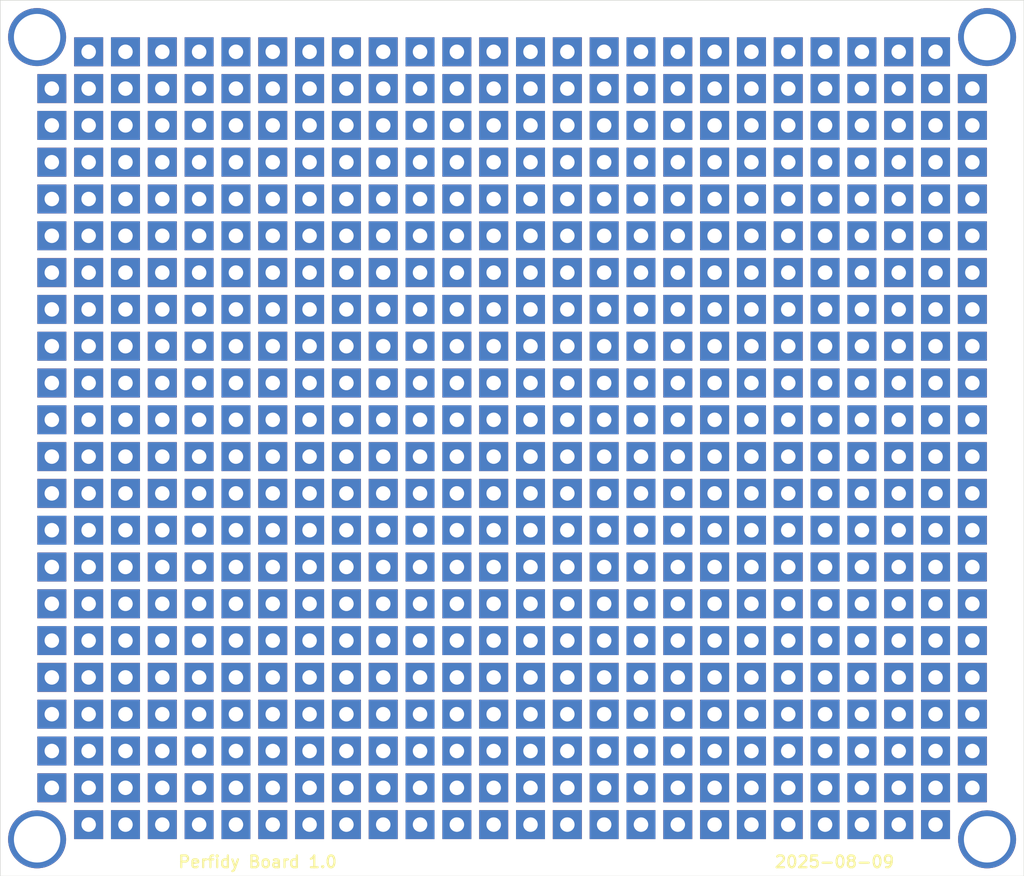
<source format=kicad_pcb>
(kicad_pcb (version 20241229) (generator "pcbnew") (generator_version "9.0")
  (title_block (title "Perfidy Board") (date "2025-08-09") (rev "1.0") (company "Osprey Instruments"))
  (layers (0 "F.Cu" signal "Front") (4 "In1.Cu" signal) (6 "In2.Cu" signal) (2 "B.Cu" signal "Back") (13 "F.Paste" user) (15 "B.Paste" user) (5 "F.SilkS" user "F.Silkscreen") (7 "B.SilkS" user "B.Silkscreen") (1 "F.Mask" user) (3 "B.Mask" user) (25 "Edge.Cuts" user))
  (net 0 "")
  (net 8 "/A")
  (net 159 "/B")
  (net 212 "/F")
  (net 263 "/E")
  (net 386 "/C")
  (net 417 "/D")
  (footprint "Library:Modified_TestPoint_THTPad_2.0x2.0mm_Drill1.0mm" (layer "F.Cu") (at 132.56 71.66)
    (property "Reference" "TP40" (hide yes))
    (property "Value" "TestPoint" (hide yes))
  )
  (footprint "Library:Modified_TestPoint_THTPad_2.0x2.0mm_Drill1.0mm" (layer "F.Cu") (at 150.34 122.46)
    (property "Reference" "TP567" (hide yes))
    (property "Value" "TestPoint" (hide yes))
  )
  (footprint "Library:Modified_TestPoint_THTPad_2.0x2.0mm_Drill1.0mm" (layer "F.Cu") (at 117.32 122.46)
    (property "Reference" "TP554" (hide yes))
    (property "Value" "TestPoint" (hide yes))
  )
  (footprint "Library:Modified_TestPoint_THTPad_2.0x2.0mm_Drill1.0mm" (layer "F.Cu") (at 155.42 119.92)
    (property "Reference" "TP543" (hide yes))
    (property "Value" "TestPoint" (hide yes))
  )
  (footprint "Library:Modified_TestPoint_THTPad_2.0x2.0mm_Drill1.0mm" (layer "F.Cu") (at 104.62 81.82)
    (property "Reference" "TP133" (hide yes))
    (property "Value" "TestPoint" (hide yes))
  )
  (footprint "Library:Modified_TestPoint_THTPad_2.0x2.0mm_Drill1.0mm" (layer "F.Cu") (at 117.32 112.3)
    (property "Reference" "TP450" (hide yes))
    (property "Value" "TestPoint" (hide yes))
  )
  (footprint "Library:Modified_TestPoint_THTPad_2.0x2.0mm_Drill1.0mm" (layer "F.Cu") (at 109.7 117.38)
    (property "Reference" "TP499" (hide yes))
    (property "Value" "TestPoint" (hide yes))
  )
  (footprint "Library:Modified_TestPoint_THTPad_2.0x2.0mm_Drill1.0mm" (layer "F.Cu") (at 112.24 119.92)
    (property "Reference" "TP526" (hide yes))
    (property "Value" "TestPoint" (hide yes))
  )
  (footprint "Library:Modified_TestPoint_THTPad_2.0x2.0mm_Drill1.0mm" (layer "F.Cu") (at 163.04 86.9)
    (property "Reference" "TP208" (hide yes))
    (property "Value" "TestPoint" (hide yes))
  )
  (footprint "Library:Modified_TestPoint_THTPad_2.0x2.0mm_Drill1.0mm" (layer "F.Cu") (at 137.64 81.82)
    (property "Reference" "TP146" (hide yes))
    (property "Value" "TestPoint" (hide yes))
  )
  (footprint "Library:Modified_TestPoint_THTPad_2.0x2.0mm_Drill1.0mm" (layer "F.Cu") (at 109.7 91.98)
    (property "Reference" "TP239" (hide yes))
    (property "Value" "TestPoint" (hide yes))
  )
  (footprint "Library:Modified_TestPoint_THTPad_2.0x2.0mm_Drill1.0mm" (layer "F.Cu") (at 99.54 94.52)
    (property "Reference" "TP261" (hide yes))
    (property "Value" "TestPoint" (hide yes))
  )
  (footprint "Library:Modified_TestPoint_THTPad_2.0x2.0mm_Drill1.0mm" (layer "F.Cu") (at 127.48 99.6)
    (property "Reference" "TP324" (hide yes))
    (property "Value" "TestPoint" (hide yes))
  )
  (footprint "Library:Modified_TestPoint_THTPad_2.0x2.0mm_Drill1.0mm" (layer "F.Cu") (at 160.5 79.28)
    (property "Reference" "TP129" (hide yes))
    (property "Value" "TestPoint" (hide yes))
  )
  (footprint "Library:Modified_TestPoint_THTPad_2.0x2.0mm_Drill1.0mm" (layer "F.Cu") (at 142.72 94.52)
    (property "Reference" "TP278" (hide yes))
    (property "Value" "TestPoint" (hide yes))
  )
  (footprint "Library:Modified_TestPoint_THTPad_2.0x2.0mm_Drill1.0mm" (layer "F.Cu") (at 102.08 74.2)
    (property "Reference" "TP54" (hide yes))
    (property "Value" "TestPoint" (hide yes))
  )
  (footprint "Library:Modified_TestPoint_THTPad_2.0x2.0mm_Drill1.0mm" (layer "F.Cu") (at 150.34 89.44)
    (property "Reference" "TP229" (hide yes))
    (property "Value" "TestPoint" (hide yes))
  )
  (footprint "Library:Modified_TestPoint_THTPad_2.0x2.0mm_Drill1.0mm" (layer "F.Cu") (at 124.94 104.68)
    (property "Reference" "TP375" (hide yes))
    (property "Value" "TestPoint" (hide yes))
  )
  (footprint "Library:Modified_TestPoint_THTPad_2.0x2.0mm_Drill1.0mm" (layer "F.Cu") (at 122.4 102.14)
    (property "Reference" "TP348" (hide yes))
    (property "Value" "TestPoint" (hide yes))
  )
  (footprint "Library:Modified_TestPoint_THTPad_2.0x2.0mm_Drill1.0mm" (layer "F.Cu") (at 132.56 91.98)
    (property "Reference" "TP248" (hide yes))
    (property "Value" "TestPoint" (hide yes))
  )
  (footprint "Library:Modified_TestPoint_THTPad_2.0x2.0mm_Drill1.0mm" (layer "F.Cu") (at 157.96 76.74)
    (property "Reference" "TP102" (hide yes))
    (property "Value" "TestPoint" (hide yes))
  )
  (footprint "Library:Modified_TestPoint_THTPad_2.0x2.0mm_Drill1.0mm" (layer "F.Cu") (at 114.78 76.74)
    (property "Reference" "TP85" (hide yes))
    (property "Value" "TestPoint" (hide yes))
  )
  (footprint "Library:Modified_TestPoint_THTPad_2.0x2.0mm_Drill1.0mm" (layer "F.Cu") (at 157.96 107.22)
    (property "Reference" "TP414" (hide yes))
    (property "Value" "TestPoint" (hide yes))
  )
  (footprint "Library:Modified_TestPoint_THTPad_2.0x2.0mm_Drill1.0mm" (layer "F.Cu") (at 117.32 94.52)
    (property "Reference" "TP268" (hide yes))
    (property "Value" "TestPoint" (hide yes))
  )
  (footprint "Library:Modified_TestPoint_THTPad_2.0x2.0mm_Drill1.0mm" (layer "F.Cu") (at 124.94 79.28)
    (property "Reference" "TP115" (hide yes))
    (property "Value" "TestPoint" (hide yes))
  )
  (footprint "Library:Modified_TestPoint_THTPad_2.0x2.0mm_Drill1.0mm" (layer "F.Cu") (at 147.8 107.22)
    (property "Reference" "TP410" (hide yes))
    (property "Value" "TestPoint" (hide yes))
  )
  (footprint "Library:Modified_TestPoint_THTPad_2.0x2.0mm_Drill1.0mm" (layer "F.Cu") (at 130.02 71.66)
    (property "Reference" "TP39" (hide yes))
    (property "Value" "TestPoint" (hide yes))
  )
  (footprint "Library:Modified_TestPoint_THTPad_2.0x2.0mm_Drill1.0mm" (layer "F.Cu") (at 114.78 69.12)
    (property "Reference" "TP7" (hide yes))
    (property "Value" "TestPoint" (hide yes))
  )
  (footprint "Library:Modified_TestPoint_THTPad_2.0x2.0mm_Drill1.0mm" (layer "F.Cu") (at 135.1 89.44)
    (property "Reference" "TP223" (hide yes))
    (property "Value" "TestPoint" (hide yes))
  )
  (footprint "Library:Modified_TestPoint_THTPad_2.0x2.0mm_Drill1.0mm" (layer "F.Cu") (at 152.88 69.12)
    (property "Reference" "TP22" (hide yes))
    (property "Value" "TestPoint" (hide yes))
  )
  (footprint "Library:Modified_TestPoint_THTPad_2.0x2.0mm_Drill1.0mm" (layer "F.Cu") (at 127.48 69.12)
    (property "Reference" "TP12" (hide yes))
    (property "Value" "TestPoint" (hide yes))
  )
  (footprint "Library:Modified_TestPoint_THTPad_2.0x2.0mm_Drill1.0mm" (layer "F.Cu") (at 127.48 114.84)
    (property "Reference" "TP480" (hide yes))
    (property "Value" "TestPoint" (hide yes))
  )
  (footprint "Library:Modified_TestPoint_THTPad_2.0x2.0mm_Drill1.0mm" (layer "F.Cu") (at 127.48 109.76)
    (property "Reference" "TP428" (hide yes))
    (property "Value" "TestPoint" (hide yes))
  )
  (footprint "Library:Modified_TestPoint_THTPad_2.0x2.0mm_Drill1.0mm" (layer "F.Cu") (at 127.48 74.2)
    (property "Reference" "TP64" (hide yes))
    (property "Value" "TestPoint" (hide yes))
  )
  (footprint "Library:Modified_TestPoint_THTPad_2.0x2.0mm_Drill1.0mm" (layer "F.Cu") (at 157.96 86.9)
    (property "Reference" "TP206" (hide yes))
    (property "Value" "TestPoint" (hide yes))
  )
  (footprint "Library:Modified_TestPoint_THTPad_2.0x2.0mm_Drill1.0mm" (layer "F.Cu") (at 102.08 112.3)
    (property "Reference" "TP444" (hide yes))
    (property "Value" "TestPoint" (hide yes))
  )
  (footprint "Library:Modified_TestPoint_THTPad_2.0x2.0mm_Drill1.0mm" (layer "F.Cu") (at 147.8 79.28)
    (property "Reference" "TP124" (hide yes))
    (property "Value" "TestPoint" (hide yes))
  )
  (footprint "Library:Modified_TestPoint_THTPad_2.0x2.0mm_Drill1.0mm" (layer "F.Cu") (at 124.94 97.06)
    (property "Reference" "TP297" (hide yes))
    (property "Value" "TestPoint" (hide yes))
  )
  (footprint "Library:Modified_TestPoint_THTPad_2.0x2.0mm_Drill1.0mm" (layer "F.Cu") (at 142.72 104.68)
    (property "Reference" "TP382" (hide yes))
    (property "Value" "TestPoint" (hide yes))
  )
  (footprint "Library:Modified_TestPoint_THTPad_2.0x2.0mm_Drill1.0mm" (layer "F.Cu") (at 109.7 109.76)
    (property "Reference" "TP421" (hide yes))
    (property "Value" "TestPoint" (hide yes))
  )
  (footprint "Library:Modified_TestPoint_THTPad_2.0x2.0mm_Drill1.0mm" (layer "F.Cu") (at 137.64 114.84)
    (property "Reference" "TP484" (hide yes))
    (property "Value" "TestPoint" (hide yes))
  )
  (footprint "Library:Modified_TestPoint_THTPad_2.0x2.0mm_Drill1.0mm" (layer "F.Cu") (at 109.7 79.28)
    (property "Reference" "TP109" (hide yes))
    (property "Value" "TestPoint" (hide yes))
  )
  (footprint "Library:Modified_TestPoint_THTPad_2.0x2.0mm_Drill1.0mm" (layer "F.Cu") (at 107.16 114.84)
    (property "Reference" "TP472" (hide yes))
    (property "Value" "TestPoint" (hide yes))
  )
  (footprint "Library:Modified_TestPoint_THTPad_2.0x2.0mm_Drill1.0mm" (layer "F.Cu") (at 107.16 86.9)
    (property "Reference" "TP186" (hide yes))
    (property "Value" "TestPoint" (hide yes))
  )
  (footprint "Library:Modified_TestPoint_THTPad_2.0x2.0mm_Drill1.0mm" (layer "F.Cu") (at 155.42 94.52)
    (property "Reference" "TP283" (hide yes))
    (property "Value" "TestPoint" (hide yes))
  )
  (footprint "Library:Modified_TestPoint_THTPad_2.0x2.0mm_Drill1.0mm" (layer "F.Cu") (at 122.4 84.36)
    (property "Reference" "TP166" (hide yes))
    (property "Value" "TestPoint" (hide yes))
  )
  (footprint "Library:Modified_TestPoint_THTPad_2.0x2.0mm_Drill1.0mm" (layer "F.Cu") (at 163.04 84.36)
    (property "Reference" "TP182" (hide yes))
    (property "Value" "TestPoint" (hide yes))
  )
  (footprint "Library:Modified_TestPoint_THTPad_2.0x2.0mm_Drill1.0mm" (layer "F.Cu") (at 152.88 79.28)
    (property "Reference" "TP126" (hide yes))
    (property "Value" "TestPoint" (hide yes))
  )
  (footprint "Library:Modified_TestPoint_THTPad_2.0x2.0mm_Drill1.0mm" (layer "F.Cu") (at 140.18 104.68)
    (property "Reference" "TP381" (hide yes))
    (property "Value" "TestPoint" (hide yes))
  )
  (footprint "Library:Modified_TestPoint_THTPad_2.0x2.0mm_Drill1.0mm" (layer "F.Cu") (at 104.62 86.9)
    (property "Reference" "TP185" (hide yes))
    (property "Value" "TestPoint" (hide yes))
  )
  (footprint "Library:Modified_TestPoint_THTPad_2.0x2.0mm_Drill1.0mm" (layer "F.Cu") (at 147.8 91.98)
    (property "Reference" "TP254" (hide yes))
    (property "Value" "TestPoint" (hide yes))
  )
  (footprint "Library:Modified_TestPoint_THTPad_2.0x2.0mm_Drill1.0mm" (layer "F.Cu") (at 119.86 119.92)
    (property "Reference" "TP529" (hide yes))
    (property "Value" "TestPoint" (hide yes))
  )
  (footprint "Library:Modified_TestPoint_THTPad_2.0x2.0mm_Drill1.0mm" (layer "F.Cu") (at 109.7 94.52)
    (property "Reference" "TP265" (hide yes))
    (property "Value" "TestPoint" (hide yes))
  )
  (footprint "Library:Modified_TestPoint_THTPad_2.0x2.0mm_Drill1.0mm" (layer "F.Cu") (at 137.64 91.98)
    (property "Reference" "TP250" (hide yes))
    (property "Value" "TestPoint" (hide yes))
  )
  (footprint "Library:Modified_TestPoint_THTPad_2.0x2.0mm_Drill1.0mm" (layer "F.Cu") (at 137.64 89.44)
    (property "Reference" "TP224" (hide yes))
    (property "Value" "TestPoint" (hide yes))
  )
  (footprint "Library:Modified_TestPoint_THTPad_2.0x2.0mm_Drill1.0mm" (layer "F.Cu") (at 140.18 79.28)
    (property "Reference" "TP121" (hide yes))
    (property "Value" "TestPoint" (hide yes))
  )
  (footprint "Library:Modified_TestPoint_THTPad_2.0x2.0mm_Drill1.0mm" (layer "F.Cu") (at 140.18 81.82)
    (property "Reference" "TP147" (hide yes))
    (property "Value" "TestPoint" (hide yes))
  )
  (footprint "Library:Modified_TestPoint_THTPad_2.0x2.0mm_Drill1.0mm" (layer "F.Cu") (at 127.48 97.06)
    (property "Reference" "TP298" (hide yes))
    (property "Value" "TestPoint" (hide yes))
  )
  (footprint "Library:Modified_TestPoint_THTPad_2.0x2.0mm_Drill1.0mm" (layer "F.Cu") (at 109.7 71.66)
    (property "Reference" "TP31" (hide yes))
    (property "Value" "TestPoint" (hide yes))
  )
  (footprint "Library:Modified_TestPoint_THTPad_2.0x2.0mm_Drill1.0mm" (layer "F.Cu") (at 132.56 89.44)
    (property "Reference" "TP222" (hide yes))
    (property "Value" "TestPoint" (hide yes))
  )
  (footprint "Library:Modified_TestPoint_THTPad_2.0x2.0mm_Drill1.0mm" (layer "F.Cu") (at 102.08 102.14)
    (property "Reference" "TP340" (hide yes))
    (property "Value" "TestPoint" (hide yes))
  )
  (footprint "Library:Modified_TestPoint_THTPad_2.0x2.0mm_Drill1.0mm" (layer "F.Cu") (at 99.54 107.22)
    (property "Reference" "TP391" (hide yes))
    (property "Value" "TestPoint" (hide yes))
  )
  (footprint "Library:Modified_TestPoint_THTPad_2.0x2.0mm_Drill1.0mm" (layer "F.Cu") (at 145.26 97.06)
    (property "Reference" "TP305" (hide yes))
    (property "Value" "TestPoint" (hide yes))
  )
  (footprint "Library:Modified_TestPoint_THTPad_2.0x2.0mm_Drill1.0mm" (layer "F.Cu") (at 137.64 79.28)
    (property "Reference" "TP120" (hide yes))
    (property "Value" "TestPoint" (hide yes))
  )
  (footprint "Library:Modified_TestPoint_THTPad_2.0x2.0mm_Drill1.0mm" (layer "F.Cu") (at 107.16 91.98)
    (property "Reference" "TP238" (hide yes))
    (property "Value" "TestPoint" (hide yes))
  )
  (footprint "Library:Modified_TestPoint_THTPad_2.0x2.0mm_Drill1.0mm" (layer "F.Cu") (at 137.64 109.76)
    (property "Reference" "TP432" (hide yes))
    (property "Value" "TestPoint" (hide yes))
  )
  (footprint "Library:Modified_TestPoint_THTPad_2.0x2.0mm_Drill1.0mm" (layer "F.Cu") (at 130.02 114.84)
    (property "Reference" "TP481" (hide yes))
    (property "Value" "TestPoint" (hide yes))
  )
  (footprint "Library:Modified_TestPoint_THTPad_2.0x2.0mm_Drill1.0mm" (layer "F.Cu") (at 147.8 99.6)
    (property "Reference" "TP332" (hide yes))
    (property "Value" "TestPoint" (hide yes))
  )
  (footprint "Library:Modified_TestPoint_THTPad_2.0x2.0mm_Drill1.0mm" (layer "F.Cu") (at 99.54 84.36)
    (property "Reference" "TP157" (hide yes))
    (property "Value" "TestPoint" (hide yes))
  )
  (footprint "Library:Modified_TestPoint_THTPad_2.0x2.0mm_Drill1.0mm" (layer "F.Cu") (at 157.96 102.14)
    (property "Reference" "TP362" (hide yes))
    (property "Value" "TestPoint" (hide yes))
  )
  (footprint "Library:Modified_TestPoint_THTPad_2.0x2.0mm_Drill1.0mm" (layer "F.Cu") (at 137.64 71.66)
    (property "Reference" "TP42" (hide yes))
    (property "Value" "TestPoint" (hide yes))
  )
  (footprint "Library:Modified_TestPoint_THTPad_2.0x2.0mm_Drill1.0mm" (layer "F.Cu") (at 124.94 114.84)
    (property "Reference" "TP479" (hide yes))
    (property "Value" "TestPoint" (hide yes))
  )
  (footprint "Library:Modified_TestPoint_THTPad_2.0x2.0mm_Drill1.0mm" (layer "F.Cu") (at 127.48 102.14)
    (property "Reference" "TP350" (hide yes))
    (property "Value" "TestPoint" (hide yes))
  )
  (footprint "Library:Modified_TestPoint_THTPad_2.0x2.0mm_Drill1.0mm" (layer "F.Cu") (at 150.34 69.12)
    (property "Reference" "TP21" (hide yes))
    (property "Value" "TestPoint" (hide yes))
  )
  (footprint "Library:Modified_TestPoint_THTPad_2.0x2.0mm_Drill1.0mm" (layer "F.Cu") (at 99.54 89.44)
    (property "Reference" "TP209" (hide yes))
    (property "Value" "TestPoint" (hide yes))
  )
  (footprint "Library:Modified_TestPoint_THTPad_2.0x2.0mm_Drill1.0mm" (layer "F.Cu") (at 150.34 99.6)
    (property "Reference" "TP333" (hide yes))
    (property "Value" "TestPoint" (hide yes))
  )
  (footprint "Library:Modified_TestPoint_THTPad_2.0x2.0mm_Drill1.0mm" (layer "F.Cu") (at 130.02 74.2)
    (property "Reference" "TP65" (hide yes))
    (property "Value" "TestPoint" (hide yes))
  )
  (footprint "Library:Modified_TestPoint_THTPad_2.0x2.0mm_Drill1.0mm" (layer "F.Cu") (at 102.08 99.6)
    (property "Reference" "TP314" (hide yes))
    (property "Value" "TestPoint" (hide yes))
  )
  (footprint "Library:Modified_TestPoint_THTPad_2.0x2.0mm_Drill1.0mm" (layer "F.Cu") (at 107.16 94.52)
    (property "Reference" "TP264" (hide yes))
    (property "Value" "TestPoint" (hide yes))
  )
  (footprint "Library:Modified_TestPoint_THTPad_2.0x2.0mm_Drill1.0mm" (layer "F.Cu") (at 104.62 76.74)
    (property "Reference" "TP81" (hide yes))
    (property "Value" "TestPoint" (hide yes))
  )
  (footprint "Library:Modified_TestPoint_THTPad_2.0x2.0mm_Drill1.0mm" (layer "F.Cu") (at 152.88 91.98)
    (property "Reference" "TP256" (hide yes))
    (property "Value" "TestPoint" (hide yes))
  )
  (footprint "Library:Modified_TestPoint_THTPad_2.0x2.0mm_Drill1.0mm" (layer "F.Cu") (at 135.1 74.2)
    (property "Reference" "TP67" (hide yes))
    (property "Value" "TestPoint" (hide yes))
  )
  (footprint "Library:Modified_MountingHole_3.2mm_M3_DIN965_Pad" (layer "F.Cu") (at 164.056 68.104)
    (property "Reference" "TP26" (hide yes))
    (property "Value" "TestPoint" (hide yes))
  )
  (footprint "Library:Modified_TestPoint_THTPad_2.0x2.0mm_Drill1.0mm" (layer "F.Cu") (at 132.56 112.3)
    (property "Reference" "TP456" (hide yes))
    (property "Value" "TestPoint" (hide yes))
  )
  (footprint "Library:Modified_TestPoint_THTPad_2.0x2.0mm_Drill1.0mm" (layer "F.Cu") (at 142.72 122.46)
    (property "Reference" "TP564" (hide yes))
    (property "Value" "TestPoint" (hide yes))
  )
  (footprint "Library:Modified_TestPoint_THTPad_2.0x2.0mm_Drill1.0mm" (layer "F.Cu") (at 119.86 94.52)
    (property "Reference" "TP269" (hide yes))
    (property "Value" "TestPoint" (hide yes))
  )
  (footprint "Library:Modified_TestPoint_THTPad_2.0x2.0mm_Drill1.0mm" (layer "F.Cu") (at 135.1 99.6)
    (property "Reference" "TP327" (hide yes))
    (property "Value" "TestPoint" (hide yes))
  )
  (footprint "Library:Modified_TestPoint_THTPad_2.0x2.0mm_Drill1.0mm" (layer "F.Cu") (at 152.88 104.68)
    (property "Reference" "TP386" (hide yes))
    (property "Value" "TestPoint" (hide yes))
  )
  (footprint "Library:Modified_TestPoint_THTPad_2.0x2.0mm_Drill1.0mm" (layer "F.Cu") (at 132.56 102.14)
    (property "Reference" "TP352" (hide yes))
    (property "Value" "TestPoint" (hide yes))
  )
  (footprint "Library:Modified_TestPoint_THTPad_2.0x2.0mm_Drill1.0mm" (layer "F.Cu") (at 107.16 74.2)
    (property "Reference" "TP56" (hide yes))
    (property "Value" "TestPoint" (hide yes))
  )
  (footprint "Library:Modified_TestPoint_THTPad_2.0x2.0mm_Drill1.0mm" (layer "F.Cu") (at 117.32 74.2)
    (property "Reference" "TP60" (hide yes))
    (property "Value" "TestPoint" (hide yes))
  )
  (footprint "Library:Modified_TestPoint_THTPad_2.0x2.0mm_Drill1.0mm" (layer "F.Cu") (at 107.16 107.22)
    (property "Reference" "TP394" (hide yes))
    (property "Value" "TestPoint" (hide yes))
  )
  (footprint "Library:Modified_TestPoint_THTPad_2.0x2.0mm_Drill1.0mm" (layer "F.Cu") (at 114.78 71.66)
    (property "Reference" "TP33" (hide yes))
    (property "Value" "TestPoint" (hide yes))
  )
  (footprint "Library:Modified_TestPoint_THTPad_2.0x2.0mm_Drill1.0mm" (layer "F.Cu") (at 130.02 69.12)
    (property "Reference" "TP13" (hide yes))
    (property "Value" "TestPoint" (hide yes))
  )
  (footprint "Library:Modified_TestPoint_THTPad_2.0x2.0mm_Drill1.0mm" (layer "F.Cu") (at 152.88 99.6)
    (property "Reference" "TP334" (hide yes))
    (property "Value" "TestPoint" (hide yes))
  )
  (footprint "Library:Modified_TestPoint_THTPad_2.0x2.0mm_Drill1.0mm" (layer "F.Cu") (at 109.7 99.6)
    (property "Reference" "TP317" (hide yes))
    (property "Value" "TestPoint" (hide yes))
  )
  (footprint "Library:Modified_TestPoint_THTPad_2.0x2.0mm_Drill1.0mm" (layer "F.Cu") (at 117.32 104.68)
    (property "Reference" "TP372" (hide yes))
    (property "Value" "TestPoint" (hide yes))
  )
  (footprint "Library:Modified_TestPoint_THTPad_2.0x2.0mm_Drill1.0mm" (layer "F.Cu") (at 102.08 79.28)
    (property "Reference" "TP106" (hide yes))
    (property "Value" "TestPoint" (hide yes))
  )
  (footprint "Library:Modified_TestPoint_THTPad_2.0x2.0mm_Drill1.0mm" (layer "F.Cu") (at 142.72 76.74)
    (property "Reference" "TP96" (hide yes))
    (property "Value" "TestPoint" (hide yes))
  )
  (footprint "Library:Modified_TestPoint_THTPad_2.0x2.0mm_Drill1.0mm" (layer "F.Cu") (at 112.24 86.9)
    (property "Reference" "TP188" (hide yes))
    (property "Value" "TestPoint" (hide yes))
  )
  (footprint "Library:Modified_TestPoint_THTPad_2.0x2.0mm_Drill1.0mm" (layer "F.Cu") (at 157.96 81.82)
    (property "Reference" "TP154" (hide yes))
    (property "Value" "TestPoint" (hide yes))
  )
  (footprint "Library:Modified_TestPoint_THTPad_2.0x2.0mm_Drill1.0mm" (layer "F.Cu") (at 104.62 74.2)
    (property "Reference" "TP55" (hide yes))
    (property "Value" "TestPoint" (hide yes))
  )
  (footprint "Library:Modified_TestPoint_THTPad_2.0x2.0mm_Drill1.0mm" (layer "F.Cu") (at 102.08 76.74)
    (property "Reference" "TP80" (hide yes))
    (property "Value" "TestPoint" (hide yes))
  )
  (footprint "Library:Modified_TestPoint_THTPad_2.0x2.0mm_Drill1.0mm" (layer "F.Cu") (at 140.18 76.74)
    (property "Reference" "TP95" (hide yes))
    (property "Value" "TestPoint" (hide yes))
  )
  (footprint "Library:Modified_TestPoint_THTPad_2.0x2.0mm_Drill1.0mm" (layer "F.Cu") (at 160.5 107.22)
    (property "Reference" "TP415" (hide yes))
    (property "Value" "TestPoint" (hide yes))
  )
  (footprint "Library:Modified_TestPoint_THTPad_2.0x2.0mm_Drill1.0mm" (layer "F.Cu") (at 140.18 97.06)
    (property "Reference" "TP303" (hide yes))
    (property "Value" "TestPoint" (hide yes))
  )
  (footprint "Library:Modified_TestPoint_THTPad_2.0x2.0mm_Drill1.0mm" (layer "F.Cu") (at 122.4 89.44)
    (property "Reference" "TP218" (hide yes))
    (property "Value" "TestPoint" (hide yes))
  )
  (footprint "Library:Modified_TestPoint_THTPad_2.0x2.0mm_Drill1.0mm" (layer "F.Cu") (at 122.4 97.06)
    (property "Reference" "TP296" (hide yes))
    (property "Value" "TestPoint" (hide yes))
  )
  (footprint "Library:Modified_TestPoint_THTPad_2.0x2.0mm_Drill1.0mm" (layer "F.Cu") (at 102.08 71.66)
    (property "Reference" "TP28" (hide yes))
    (property "Value" "TestPoint" (hide yes))
  )
  (footprint "Library:Modified_TestPoint_THTPad_2.0x2.0mm_Drill1.0mm" (layer "F.Cu") (at 117.32 91.98)
    (property "Reference" "TP242" (hide yes))
    (property "Value" "TestPoint" (hide yes))
  )
  (footprint "Library:Modified_TestPoint_THTPad_2.0x2.0mm_Drill1.0mm" (layer "F.Cu") (at 132.56 86.9)
    (property "Reference" "TP196" (hide yes))
    (property "Value" "TestPoint" (hide yes))
  )
  (footprint "Library:Modified_TestPoint_THTPad_2.0x2.0mm_Drill1.0mm" (layer "F.Cu") (at 130.02 112.3)
    (property "Reference" "TP455" (hide yes))
    (property "Value" "TestPoint" (hide yes))
  )
  (footprint "Library:Modified_TestPoint_THTPad_2.0x2.0mm_Drill1.0mm" (layer "F.Cu") (at 104.62 71.66)
    (property "Reference" "TP29" (hide yes))
    (property "Value" "TestPoint" (hide yes))
  )
  (footprint "Library:Modified_TestPoint_THTPad_2.0x2.0mm_Drill1.0mm" (layer "F.Cu") (at 157.96 74.2)
    (property "Reference" "TP76" (hide yes))
    (property "Value" "TestPoint" (hide yes))
  )
  (footprint "Library:Modified_TestPoint_THTPad_2.0x2.0mm_Drill1.0mm" (layer "F.Cu") (at 127.48 94.52)
    (property "Reference" "TP272" (hide yes))
    (property "Value" "TestPoint" (hide yes))
  )
  (footprint "Library:Modified_TestPoint_THTPad_2.0x2.0mm_Drill1.0mm" (layer "F.Cu") (at 124.94 102.14)
    (property "Reference" "TP349" (hide yes))
    (property "Value" "TestPoint" (hide yes))
  )
  (footprint "Library:Modified_TestPoint_THTPad_2.0x2.0mm_Drill1.0mm" (layer "F.Cu") (at 127.48 119.92)
    (property "Reference" "TP532" (hide yes))
    (property "Value" "TestPoint" (hide yes))
  )
  (footprint "Library:Modified_TestPoint_THTPad_2.0x2.0mm_Drill1.0mm" (layer "F.Cu") (at 137.64 86.9)
    (property "Reference" "TP198" (hide yes))
    (property "Value" "TestPoint" (hide yes))
  )
  (footprint "Library:Modified_TestPoint_THTPad_2.0x2.0mm_Drill1.0mm" (layer "F.Cu") (at 112.24 117.38)
    (property "Reference" "TP500" (hide yes))
    (property "Value" "TestPoint" (hide yes))
  )
  (footprint "Library:Modified_TestPoint_THTPad_2.0x2.0mm_Drill1.0mm" (layer "F.Cu") (at 107.16 104.68)
    (property "Reference" "TP368" (hide yes))
    (property "Value" "TestPoint" (hide yes))
  )
  (footprint "Library:Modified_TestPoint_THTPad_2.0x2.0mm_Drill1.0mm" (layer "F.Cu") (at 152.88 97.06)
    (property "Reference" "TP308" (hide yes))
    (property "Value" "TestPoint" (hide yes))
  )
  (footprint "Library:Modified_TestPoint_THTPad_2.0x2.0mm_Drill1.0mm" (layer "F.Cu") (at 163.04 81.82)
    (property "Reference" "TP156" (hide yes))
    (property "Value" "TestPoint" (hide yes))
  )
  (footprint "Library:Modified_TestPoint_THTPad_2.0x2.0mm_Drill1.0mm" (layer "F.Cu") (at 145.26 74.2)
    (property "Reference" "TP71" (hide yes))
    (property "Value" "TestPoint" (hide yes))
  )
  (footprint "Library:Modified_TestPoint_THTPad_2.0x2.0mm_Drill1.0mm" (layer "F.Cu") (at 160.5 91.98)
    (property "Reference" "TP259" (hide yes))
    (property "Value" "TestPoint" (hide yes))
  )
  (footprint "Library:Modified_TestPoint_THTPad_2.0x2.0mm_Drill1.0mm" (layer "F.Cu") (at 160.5 84.36)
    (property "Reference" "TP181" (hide yes))
    (property "Value" "TestPoint" (hide yes))
  )
  (footprint "Library:Modified_TestPoint_THTPad_2.0x2.0mm_Drill1.0mm" (layer "F.Cu") (at 99.54 104.68)
    (property "Reference" "TP365" (hide yes))
    (property "Value" "TestPoint" (hide yes))
  )
  (footprint "Library:Modified_TestPoint_THTPad_2.0x2.0mm_Drill1.0mm" (layer "F.Cu") (at 142.72 79.28)
    (property "Reference" "TP122" (hide yes))
    (property "Value" "TestPoint" (hide yes))
  )
  (footprint "Library:Modified_TestPoint_THTPad_2.0x2.0mm_Drill1.0mm" (layer "F.Cu") (at 114.78 117.38)
    (property "Reference" "TP501" (hide yes))
    (property "Value" "TestPoint" (hide yes))
  )
  (footprint "Library:Modified_TestPoint_THTPad_2.0x2.0mm_Drill1.0mm" (layer "F.Cu") (at 160.5 102.14)
    (property "Reference" "TP363" (hide yes))
    (property "Value" "TestPoint" (hide yes))
  )
  (footprint "Library:Modified_TestPoint_THTPad_2.0x2.0mm_Drill1.0mm" (layer "F.Cu") (at 109.7 104.68)
    (property "Reference" "TP369" (hide yes))
    (property "Value" "TestPoint" (hide yes))
  )
  (footprint "Library:Modified_TestPoint_THTPad_2.0x2.0mm_Drill1.0mm" (layer "F.Cu") (at 163.04 79.28)
    (property "Reference" "TP130" (hide yes))
    (property "Value" "TestPoint" (hide yes))
  )
  (footprint "Library:Modified_TestPoint_THTPad_2.0x2.0mm_Drill1.0mm" (layer "F.Cu") (at 107.16 97.06)
    (property "Reference" "TP290" (hide yes))
    (property "Value" "TestPoint" (hide yes))
  )
  (footprint "Library:Modified_TestPoint_THTPad_2.0x2.0mm_Drill1.0mm" (layer "F.Cu") (at 102.08 69.12)
    (property "Reference" "TP2" (hide yes))
    (property "Value" "TestPoint" (hide yes))
  )
  (footprint "Library:Modified_TestPoint_THTPad_2.0x2.0mm_Drill1.0mm" (layer "F.Cu") (at 107.16 117.38)
    (property "Reference" "TP498" (hide yes))
    (property "Value" "TestPoint" (hide yes))
  )
  (footprint "Library:Modified_TestPoint_THTPad_2.0x2.0mm_Drill1.0mm" (layer "F.Cu") (at 150.34 76.74)
    (property "Reference" "TP99" (hide yes))
    (property "Value" "TestPoint" (hide yes))
  )
  (footprint "Library:Modified_TestPoint_THTPad_2.0x2.0mm_Drill1.0mm" (layer "F.Cu") (at 145.26 107.22)
    (property "Reference" "TP409" (hide yes))
    (property "Value" "TestPoint" (hide yes))
  )
  (footprint "Library:Modified_TestPoint_THTPad_2.0x2.0mm_Drill1.0mm" (layer "F.Cu") (at 124.94 76.74)
    (property "Reference" "TP89" (hide yes))
    (property "Value" "TestPoint" (hide yes))
  )
  (footprint "Library:Modified_TestPoint_THTPad_2.0x2.0mm_Drill1.0mm" (layer "F.Cu") (at 104.62 104.68)
    (property "Reference" "TP367" (hide yes))
    (property "Value" "TestPoint" (hide yes))
  )
  (footprint "Library:Modified_TestPoint_THTPad_2.0x2.0mm_Drill1.0mm" (layer "F.Cu") (at 150.34 79.28)
    (property "Reference" "TP125" (hide yes))
    (property "Value" "TestPoint" (hide yes))
  )
  (footprint "Library:Modified_TestPoint_THTPad_2.0x2.0mm_Drill1.0mm" (layer "F.Cu") (at 107.16 81.82)
    (property "Reference" "TP134" (hide yes))
    (property "Value" "TestPoint" (hide yes))
  )
  (footprint "Library:Modified_TestPoint_THTPad_2.0x2.0mm_Drill1.0mm" (layer "F.Cu") (at 119.86 109.76)
    (property "Reference" "TP425" (hide yes))
    (property "Value" "TestPoint" (hide yes))
  )
  (footprint "Library:Modified_TestPoint_THTPad_2.0x2.0mm_Drill1.0mm" (layer "F.Cu") (at 99.54 102.14)
    (property "Reference" "TP339" (hide yes))
    (property "Value" "TestPoint" (hide yes))
  )
  (footprint "Library:Modified_TestPoint_THTPad_2.0x2.0mm_Drill1.0mm" (layer "F.Cu") (at 152.88 76.74)
    (property "Reference" "TP100" (hide yes))
    (property "Value" "TestPoint" (hide yes))
  )
  (footprint "Library:Modified_TestPoint_THTPad_2.0x2.0mm_Drill1.0mm" (layer "F.Cu") (at 155.42 109.76)
    (property "Reference" "TP439" (hide yes))
    (property "Value" "TestPoint" (hide yes))
  )
  (footprint "Library:Modified_TestPoint_THTPad_2.0x2.0mm_Drill1.0mm" (layer "F.Cu") (at 112.24 91.98)
    (property "Reference" "TP240" (hide yes))
    (property "Value" "TestPoint" (hide yes))
  )
  (footprint "Library:Modified_TestPoint_THTPad_2.0x2.0mm_Drill1.0mm" (layer "F.Cu") (at 132.56 76.74)
    (property "Reference" "TP92" (hide yes))
    (property "Value" "TestPoint" (hide yes))
  )
  (footprint "Library:Modified_TestPoint_THTPad_2.0x2.0mm_Drill1.0mm" (layer "F.Cu") (at 163.04 91.98)
    (property "Reference" "TP260" (hide yes))
    (property "Value" "TestPoint" (hide yes))
  )
  (footprint "Library:Modified_TestPoint_THTPad_2.0x2.0mm_Drill1.0mm" (layer "F.Cu") (at 117.32 114.84)
    (property "Reference" "TP476" (hide yes))
    (property "Value" "TestPoint" (hide yes))
  )
  (footprint "Library:Modified_TestPoint_THTPad_2.0x2.0mm_Drill1.0mm" (layer "F.Cu") (at 119.86 107.22)
    (property "Reference" "TP399" (hide yes))
    (property "Value" "TestPoint" (hide yes))
  )
  (footprint "Library:Modified_TestPoint_THTPad_2.0x2.0mm_Drill1.0mm" (layer "F.Cu") (at 130.02 109.76)
    (property "Reference" "TP429" (hide yes))
    (property "Value" "TestPoint" (hide yes))
  )
  (footprint "Library:Modified_TestPoint_THTPad_2.0x2.0mm_Drill1.0mm" (layer "F.Cu") (at 163.04 107.22)
    (property "Reference" "TP416" (hide yes))
    (property "Value" "TestPoint" (hide yes))
  )
  (footprint "Library:Modified_TestPoint_THTPad_2.0x2.0mm_Drill1.0mm" (layer "F.Cu") (at 114.78 94.52)
    (property "Reference" "TP267" (hide yes))
    (property "Value" "TestPoint" (hide yes))
  )
  (footprint "Library:Modified_TestPoint_THTPad_2.0x2.0mm_Drill1.0mm" (layer "F.Cu") (at 155.42 79.28)
    (property "Reference" "TP127" (hide yes))
    (property "Value" "TestPoint" (hide yes))
  )
  (footprint "Library:Modified_TestPoint_THTPad_2.0x2.0mm_Drill1.0mm" (layer "F.Cu") (at 132.56 69.12)
    (property "Reference" "TP14" (hide yes))
    (property "Value" "TestPoint" (hide yes))
  )
  (footprint "Library:Modified_TestPoint_THTPad_2.0x2.0mm_Drill1.0mm" (layer "F.Cu") (at 150.34 104.68)
    (property "Reference" "TP385" (hide yes))
    (property "Value" "TestPoint" (hide yes))
  )
  (footprint "Library:Modified_TestPoint_THTPad_2.0x2.0mm_Drill1.0mm" (layer "F.Cu") (at 145.26 81.82)
    (property "Reference" "TP149" (hide yes))
    (property "Value" "TestPoint" (hide yes))
  )
  (footprint "Library:Modified_TestPoint_THTPad_2.0x2.0mm_Drill1.0mm" (layer "F.Cu") (at 124.94 81.82)
    (property "Reference" "TP141" (hide yes))
    (property "Value" "TestPoint" (hide yes))
  )
  (footprint "Library:Modified_TestPoint_THTPad_2.0x2.0mm_Drill1.0mm" (layer "F.Cu") (at 132.56 109.76)
    (property "Reference" "TP430" (hide yes))
    (property "Value" "TestPoint" (hide yes))
  )
  (footprint "Library:Modified_TestPoint_THTPad_2.0x2.0mm_Drill1.0mm" (layer "F.Cu") (at 119.86 76.74)
    (property "Reference" "TP87" (hide yes))
    (property "Value" "TestPoint" (hide yes))
  )
  (footprint "Library:Modified_TestPoint_THTPad_2.0x2.0mm_Drill1.0mm" (layer "F.Cu") (at 137.64 84.36)
    (property "Reference" "TP172" (hide yes))
    (property "Value" "TestPoint" (hide yes))
  )
  (footprint "Library:Modified_TestPoint_THTPad_2.0x2.0mm_Drill1.0mm" (layer "F.Cu") (at 112.24 84.36)
    (property "Reference" "TP162" (hide yes))
    (property "Value" "TestPoint" (hide yes))
  )
  (footprint "Library:Modified_TestPoint_THTPad_2.0x2.0mm_Drill1.0mm" (layer "F.Cu") (at 147.8 86.9)
    (property "Reference" "TP202" (hide yes))
    (property "Value" "TestPoint" (hide yes))
  )
  (footprint "Library:Modified_TestPoint_THTPad_2.0x2.0mm_Drill1.0mm" (layer "F.Cu") (at 132.56 104.68)
    (property "Reference" "TP378" (hide yes))
    (property "Value" "TestPoint" (hide yes))
  )
  (footprint "Library:Modified_TestPoint_THTPad_2.0x2.0mm_Drill1.0mm" (layer "F.Cu") (at 122.4 74.2)
    (property "Reference" "TP62" (hide yes))
    (property "Value" "TestPoint" (hide yes))
  )
  (footprint "Library:Modified_TestPoint_THTPad_2.0x2.0mm_Drill1.0mm" (layer "F.Cu") (at 109.7 69.12)
    (property "Reference" "TP5" (hide yes))
    (property "Value" "TestPoint" (hide yes))
  )
  (footprint "Library:Modified_TestPoint_THTPad_2.0x2.0mm_Drill1.0mm" (layer "F.Cu") (at 140.18 102.14)
    (property "Reference" "TP355" (hide yes))
    (property "Value" "TestPoint" (hide yes))
  )
  (footprint "Library:Modified_TestPoint_THTPad_2.0x2.0mm_Drill1.0mm" (layer "F.Cu") (at 163.04 89.44)
    (property "Reference" "TP234" (hide yes))
    (property "Value" "TestPoint" (hide yes))
  )
  (footprint "Library:Modified_TestPoint_THTPad_2.0x2.0mm_Drill1.0mm" (layer "F.Cu") (at 112.24 76.74)
    (property "Reference" "TP84" (hide yes))
    (property "Value" "TestPoint" (hide yes))
  )
  (footprint "Library:Modified_TestPoint_THTPad_2.0x2.0mm_Drill1.0mm" (layer "F.Cu") (at 104.62 79.28)
    (property "Reference" "TP107" (hide yes))
    (property "Value" "TestPoint" (hide yes))
  )
  (footprint "Library:Modified_TestPoint_THTPad_2.0x2.0mm_Drill1.0mm" (layer "F.Cu") (at 135.1 112.3)
    (property "Reference" "TP457" (hide yes))
    (property "Value" "TestPoint" (hide yes))
  )
  (footprint "Library:Modified_TestPoint_THTPad_2.0x2.0mm_Drill1.0mm" (layer "F.Cu") (at 155.42 102.14)
    (property "Reference" "TP361" (hide yes))
    (property "Value" "TestPoint" (hide yes))
  )
  (footprint "Library:Modified_TestPoint_THTPad_2.0x2.0mm_Drill1.0mm" (layer "F.Cu") (at 135.1 97.06)
    (property "Reference" "TP301" (hide yes))
    (property "Value" "TestPoint" (hide yes))
  )
  (footprint "Library:Modified_TestPoint_THTPad_2.0x2.0mm_Drill1.0mm" (layer "F.Cu") (at 135.1 122.46)
    (property "Reference" "TP561" (hide yes))
    (property "Value" "TestPoint" (hide yes))
  )
  (footprint "Library:Modified_TestPoint_THTPad_2.0x2.0mm_Drill1.0mm" (layer "F.Cu") (at 117.32 99.6)
    (property "Reference" "TP320" (hide yes))
    (property "Value" "TestPoint" (hide yes))
  )
  (footprint "Library:Modified_TestPoint_THTPad_2.0x2.0mm_Drill1.0mm" (layer "F.Cu") (at 99.54 86.9)
    (property "Reference" "TP183" (hide yes))
    (property "Value" "TestPoint" (hide yes))
  )
  (footprint "Library:Modified_TestPoint_THTPad_2.0x2.0mm_Drill1.0mm" (layer "F.Cu") (at 119.86 84.36)
    (property "Reference" "TP165" (hide yes))
    (property "Value" "TestPoint" (hide yes))
  )
  (footprint "Library:Modified_TestPoint_THTPad_2.0x2.0mm_Drill1.0mm" (layer "F.Cu") (at 99.54 71.66)
    (property "Reference" "TP27" (hide yes))
    (property "Value" "TestPoint" (hide yes))
  )
  (footprint "Library:Modified_TestPoint_THTPad_2.0x2.0mm_Drill1.0mm" (layer "F.Cu") (at 152.88 119.92)
    (property "Reference" "TP542" (hide yes))
    (property "Value" "TestPoint" (hide yes))
  )
  (footprint "Library:Modified_TestPoint_THTPad_2.0x2.0mm_Drill1.0mm" (layer "F.Cu") (at 130.02 94.52)
    (property "Reference" "TP273" (hide yes))
    (property "Value" "TestPoint" (hide yes))
  )
  (footprint "Library:Modified_TestPoint_THTPad_2.0x2.0mm_Drill1.0mm" (layer "F.Cu") (at 155.42 107.22)
    (property "Reference" "TP413" (hide yes))
    (property "Value" "TestPoint" (hide yes))
  )
  (footprint "Library:Modified_TestPoint_THTPad_2.0x2.0mm_Drill1.0mm" (layer "F.Cu") (at 135.1 107.22)
    (property "Reference" "TP405" (hide yes))
    (property "Value" "TestPoint" (hide yes))
  )
  (footprint "Library:Modified_TestPoint_THTPad_2.0x2.0mm_Drill1.0mm" (layer "F.Cu") (at 122.4 119.92)
    (property "Reference" "TP530" (hide yes))
    (property "Value" "TestPoint" (hide yes))
  )
  (footprint "Library:Modified_TestPoint_THTPad_2.0x2.0mm_Drill1.0mm" (layer "F.Cu") (at 150.34 117.38)
    (property "Reference" "TP515" (hide yes))
    (property "Value" "TestPoint" (hide yes))
  )
  (footprint "Library:Modified_TestPoint_THTPad_2.0x2.0mm_Drill1.0mm" (layer "F.Cu") (at 150.34 91.98)
    (property "Reference" "TP255" (hide yes))
    (property "Value" "TestPoint" (hide yes))
  )
  (footprint "Library:Modified_TestPoint_THTPad_2.0x2.0mm_Drill1.0mm" (layer "F.Cu") (at 145.26 89.44)
    (property "Reference" "TP227" (hide yes))
    (property "Value" "TestPoint" (hide yes))
  )
  (footprint "Library:Modified_TestPoint_THTPad_2.0x2.0mm_Drill1.0mm" (layer "F.Cu") (at 142.72 119.92)
    (property "Reference" "TP538" (hide yes))
    (property "Value" "TestPoint" (hide yes))
  )
  (footprint "Library:Modified_TestPoint_THTPad_2.0x2.0mm_Drill1.0mm" (layer "F.Cu") (at 117.32 86.9)
    (property "Reference" "TP190" (hide yes))
    (property "Value" "TestPoint" (hide yes))
  )
  (footprint "Library:Modified_TestPoint_THTPad_2.0x2.0mm_Drill1.0mm" (layer "F.Cu") (at 127.48 84.36)
    (property "Reference" "TP168" (hide yes))
    (property "Value" "TestPoint" (hide yes))
  )
  (footprint "Library:Modified_TestPoint_THTPad_2.0x2.0mm_Drill1.0mm" (layer "F.Cu") (at 157.96 69.12)
    (property "Reference" "TP24" (hide yes))
    (property "Value" "TestPoint" (hide yes))
  )
  (footprint "Library:Modified_TestPoint_THTPad_2.0x2.0mm_Drill1.0mm" (layer "F.Cu") (at 127.48 117.38)
    (property "Reference" "TP506" (hide yes))
    (property "Value" "TestPoint" (hide yes))
  )
  (footprint "Library:Modified_TestPoint_THTPad_2.0x2.0mm_Drill1.0mm" (layer "F.Cu") (at 114.78 91.98)
    (property "Reference" "TP241" (hide yes))
    (property "Value" "TestPoint" (hide yes))
  )
  (footprint "Library:Modified_TestPoint_THTPad_2.0x2.0mm_Drill1.0mm" (layer "F.Cu") (at 102.08 86.9)
    (property "Reference" "TP184" (hide yes))
    (property "Value" "TestPoint" (hide yes))
  )
  (footprint "Library:Modified_TestPoint_THTPad_2.0x2.0mm_Drill1.0mm" (layer "F.Cu") (at 122.4 114.84)
    (property "Reference" "TP478" (hide yes))
    (property "Value" "TestPoint" (hide yes))
  )
  (footprint "Library:Modified_TestPoint_THTPad_2.0x2.0mm_Drill1.0mm" (layer "F.Cu") (at 157.96 114.84)
    (property "Reference" "TP492" (hide yes))
    (property "Value" "TestPoint" (hide yes))
  )
  (footprint "Library:Modified_TestPoint_THTPad_2.0x2.0mm_Drill1.0mm" (layer "F.Cu") (at 142.72 114.84)
    (property "Reference" "TP486" (hide yes))
    (property "Value" "TestPoint" (hide yes))
  )
  (footprint "Library:Modified_TestPoint_THTPad_2.0x2.0mm_Drill1.0mm" (layer "F.Cu") (at 163.04 102.14)
    (property "Reference" "TP364" (hide yes))
    (property "Value" "TestPoint" (hide yes))
  )
  (footprint "Library:Modified_TestPoint_THTPad_2.0x2.0mm_Drill1.0mm" (layer "F.Cu") (at 132.56 99.6)
    (property "Reference" "TP326" (hide yes))
    (property "Value" "TestPoint" (hide yes))
  )
  (footprint "Library:Modified_TestPoint_THTPad_2.0x2.0mm_Drill1.0mm" (layer "F.Cu") (at 114.78 99.6)
    (property "Reference" "TP319" (hide yes))
    (property "Value" "TestPoint" (hide yes))
  )
  (footprint "Library:Modified_TestPoint_THTPad_2.0x2.0mm_Drill1.0mm" (layer "F.Cu") (at 135.1 119.92)
    (property "Reference" "TP535" (hide yes))
    (property "Value" "TestPoint" (hide yes))
  )
  (footprint "Library:Modified_TestPoint_THTPad_2.0x2.0mm_Drill1.0mm" (layer "F.Cu") (at 117.32 119.92)
    (property "Reference" "TP528" (hide yes))
    (property "Value" "TestPoint" (hide yes))
  )
  (footprint "Library:Modified_TestPoint_THTPad_2.0x2.0mm_Drill1.0mm" (layer "F.Cu") (at 132.56 79.28)
    (property "Reference" "TP118" (hide yes))
    (property "Value" "TestPoint" (hide yes))
  )
  (footprint "Library:Modified_TestPoint_THTPad_2.0x2.0mm_Drill1.0mm" (layer "F.Cu") (at 112.24 81.82)
    (property "Reference" "TP136" (hide yes))
    (property "Value" "TestPoint" (hide yes))
  )
  (footprint "Library:Modified_TestPoint_THTPad_2.0x2.0mm_Drill1.0mm" (layer "F.Cu") (at 127.48 81.82)
    (property "Reference" "TP142" (hide yes))
    (property "Value" "TestPoint" (hide yes))
  )
  (footprint "Library:Modified_TestPoint_THTPad_2.0x2.0mm_Drill1.0mm" (layer "F.Cu") (at 122.4 99.6)
    (property "Reference" "TP322" (hide yes))
    (property "Value" "TestPoint" (hide yes))
  )
  (footprint "Library:Modified_TestPoint_THTPad_2.0x2.0mm_Drill1.0mm" (layer "F.Cu") (at 155.42 112.3)
    (property "Reference" "TP465" (hide yes))
    (property "Value" "TestPoint" (hide yes))
  )
  (footprint "Library:Modified_TestPoint_THTPad_2.0x2.0mm_Drill1.0mm" (layer "F.Cu") (at 155.42 97.06)
    (property "Reference" "TP309" (hide yes))
    (property "Value" "TestPoint" (hide yes))
  )
  (footprint "Library:Modified_TestPoint_THTPad_2.0x2.0mm_Drill1.0mm" (layer "F.Cu") (at 147.8 71.66)
    (property "Reference" "TP46" (hide yes))
    (property "Value" "TestPoint" (hide yes))
  )
  (footprint "Library:Modified_TestPoint_THTPad_2.0x2.0mm_Drill1.0mm" (layer "F.Cu") (at 160.5 117.38)
    (property "Reference" "TP519" (hide yes))
    (property "Value" "TestPoint" (hide yes))
  )
  (footprint "Library:Modified_TestPoint_THTPad_2.0x2.0mm_Drill1.0mm" (layer "F.Cu") (at 117.32 81.82)
    (property "Reference" "TP138" (hide yes))
    (property "Value" "TestPoint" (hide yes))
  )
  (footprint "Library:Modified_TestPoint_THTPad_2.0x2.0mm_Drill1.0mm" (layer "F.Cu") (at 117.32 76.74)
    (property "Reference" "TP86" (hide yes))
    (property "Value" "TestPoint" (hide yes))
  )
  (footprint "Library:Modified_TestPoint_THTPad_2.0x2.0mm_Drill1.0mm" (layer "F.Cu") (at 112.24 122.46)
    (property "Reference" "TP552" (hide yes))
    (property "Value" "TestPoint" (hide yes))
  )
  (footprint "Library:Modified_TestPoint_THTPad_2.0x2.0mm_Drill1.0mm" (layer "F.Cu") (at 107.16 69.12)
    (property "Reference" "TP4" (hide yes))
    (property "Value" "TestPoint" (hide yes))
  )
  (footprint "Library:Modified_TestPoint_THTPad_2.0x2.0mm_Drill1.0mm" (layer "F.Cu") (at 114.78 119.92)
    (property "Reference" "TP527" (hide yes))
    (property "Value" "TestPoint" (hide yes))
  )
  (footprint "Library:Modified_TestPoint_THTPad_2.0x2.0mm_Drill1.0mm" (layer "F.Cu") (at 147.8 94.52)
    (property "Reference" "TP280" (hide yes))
    (property "Value" "TestPoint" (hide yes))
  )
  (footprint "Library:Modified_TestPoint_THTPad_2.0x2.0mm_Drill1.0mm" (layer "F.Cu") (at 127.48 79.28)
    (property "Reference" "TP116" (hide yes))
    (property "Value" "TestPoint" (hide yes))
  )
  (footprint "Library:Modified_TestPoint_THTPad_2.0x2.0mm_Drill1.0mm" (layer "F.Cu") (at 140.18 99.6)
    (property "Reference" "TP329" (hide yes))
    (property "Value" "TestPoint" (hide yes))
  )
  (footprint "Library:Modified_TestPoint_THTPad_2.0x2.0mm_Drill1.0mm" (layer "F.Cu") (at 160.5 71.66)
    (property "Reference" "TP51" (hide yes))
    (property "Value" "TestPoint" (hide yes))
  )
  (footprint "Library:Modified_TestPoint_THTPad_2.0x2.0mm_Drill1.0mm" (layer "F.Cu") (at 102.08 97.06)
    (property "Reference" "TP288" (hide yes))
    (property "Value" "TestPoint" (hide yes))
  )
  (footprint "Library:Modified_TestPoint_THTPad_2.0x2.0mm_Drill1.0mm" (layer "F.Cu") (at 160.5 104.68)
    (property "Reference" "TP389" (hide yes))
    (property "Value" "TestPoint" (hide yes))
  )
  (footprint "Library:Modified_TestPoint_THTPad_2.0x2.0mm_Drill1.0mm" (layer "F.Cu") (at 150.34 81.82)
    (property "Reference" "TP151" (hide yes))
    (property "Value" "TestPoint" (hide yes))
  )
  (footprint "Library:Modified_TestPoint_THTPad_2.0x2.0mm_Drill1.0mm" (layer "F.Cu") (at 135.1 84.36)
    (property "Reference" "TP171" (hide yes))
    (property "Value" "TestPoint" (hide yes))
  )
  (footprint "Library:Modified_TestPoint_THTPad_2.0x2.0mm_Drill1.0mm" (layer "F.Cu") (at 124.94 99.6)
    (property "Reference" "TP323" (hide yes))
    (property "Value" "TestPoint" (hide yes))
  )
  (footprint "Library:Modified_TestPoint_THTPad_2.0x2.0mm_Drill1.0mm" (layer "F.Cu") (at 99.54 91.98)
    (property "Reference" "TP235" (hide yes))
    (property "Value" "TestPoint" (hide yes))
  )
  (footprint "Library:Modified_TestPoint_THTPad_2.0x2.0mm_Drill1.0mm" (layer "F.Cu") (at 135.1 81.82)
    (property "Reference" "TP145" (hide yes))
    (property "Value" "TestPoint" (hide yes))
  )
  (footprint "Library:Modified_TestPoint_THTPad_2.0x2.0mm_Drill1.0mm" (layer "F.Cu") (at 160.5 86.9)
    (property "Reference" "TP207" (hide yes))
    (property "Value" "TestPoint" (hide yes))
  )
  (footprint "Library:Modified_TestPoint_THTPad_2.0x2.0mm_Drill1.0mm" (layer "F.Cu") (at 135.1 86.9)
    (property "Reference" "TP197" (hide yes))
    (property "Value" "TestPoint" (hide yes))
  )
  (footprint "Library:Modified_TestPoint_THTPad_2.0x2.0mm_Drill1.0mm" (layer "F.Cu") (at 117.32 71.66)
    (property "Reference" "TP34" (hide yes))
    (property "Value" "TestPoint" (hide yes))
  )
  (footprint "Library:Modified_TestPoint_THTPad_2.0x2.0mm_Drill1.0mm" (layer "F.Cu") (at 119.86 122.46)
    (property "Reference" "TP555" (hide yes))
    (property "Value" "TestPoint" (hide yes))
  )
  (footprint "Library:Modified_TestPoint_THTPad_2.0x2.0mm_Drill1.0mm" (layer "F.Cu") (at 104.62 109.76)
    (property "Reference" "TP419" (hide yes))
    (property "Value" "TestPoint" (hide yes))
  )
  (footprint "Library:Modified_TestPoint_THTPad_2.0x2.0mm_Drill1.0mm" (layer "F.Cu") (at 109.7 81.82)
    (property "Reference" "TP135" (hide yes))
    (property "Value" "TestPoint" (hide yes))
  )
  (footprint "Library:Modified_TestPoint_THTPad_2.0x2.0mm_Drill1.0mm" (layer "F.Cu") (at 99.54 81.82)
    (property "Reference" "TP131" (hide yes))
    (property "Value" "TestPoint" (hide yes))
  )
  (footprint "Library:Modified_TestPoint_THTPad_2.0x2.0mm_Drill1.0mm" (layer "F.Cu") (at 132.56 119.92)
    (property "Reference" "TP534" (hide yes))
    (property "Value" "TestPoint" (hide yes))
  )
  (footprint "Library:Modified_TestPoint_THTPad_2.0x2.0mm_Drill1.0mm" (layer "F.Cu") (at 127.48 122.46)
    (property "Reference" "TP558" (hide yes))
    (property "Value" "TestPoint" (hide yes))
  )
  (footprint "Library:Modified_TestPoint_THTPad_2.0x2.0mm_Drill1.0mm" (layer "F.Cu") (at 140.18 71.66)
    (property "Reference" "TP43" (hide yes))
    (property "Value" "TestPoint" (hide yes))
  )
  (footprint "Library:Modified_TestPoint_THTPad_2.0x2.0mm_Drill1.0mm" (layer "F.Cu") (at 114.78 109.76)
    (property "Reference" "TP423" (hide yes))
    (property "Value" "TestPoint" (hide yes))
  )
  (footprint "Library:Modified_TestPoint_THTPad_2.0x2.0mm_Drill1.0mm" (layer "F.Cu") (at 160.5 94.52)
    (property "Reference" "TP285" (hide yes))
    (property "Value" "TestPoint" (hide yes))
  )
  (footprint "Library:Modified_TestPoint_THTPad_2.0x2.0mm_Drill1.0mm" (layer "F.Cu") (at 107.16 102.14)
    (property "Reference" "TP342" (hide yes))
    (property "Value" "TestPoint" (hide yes))
  )
  (footprint "Library:Modified_TestPoint_THTPad_2.0x2.0mm_Drill1.0mm" (layer "F.Cu") (at 145.26 86.9)
    (property "Reference" "TP201" (hide yes))
    (property "Value" "TestPoint" (hide yes))
  )
  (footprint "Library:Modified_TestPoint_THTPad_2.0x2.0mm_Drill1.0mm" (layer "F.Cu") (at 124.94 112.3)
    (property "Reference" "TP453" (hide yes))
    (property "Value" "TestPoint" (hide yes))
  )
  (footprint "Library:Modified_TestPoint_THTPad_2.0x2.0mm_Drill1.0mm" (layer "F.Cu") (at 135.1 91.98)
    (property "Reference" "TP249" (hide yes))
    (property "Value" "TestPoint" (hide yes))
  )
  (footprint "Library:Modified_TestPoint_THTPad_2.0x2.0mm_Drill1.0mm" (layer "F.Cu") (at 119.86 91.98)
    (property "Reference" "TP243" (hide yes))
    (property "Value" "TestPoint" (hide yes))
  )
  (footprint "Library:Modified_TestPoint_THTPad_2.0x2.0mm_Drill1.0mm" (layer "F.Cu") (at 152.88 94.52)
    (property "Reference" "TP282" (hide yes))
    (property "Value" "TestPoint" (hide yes))
  )
  (footprint "Library:Modified_TestPoint_THTPad_2.0x2.0mm_Drill1.0mm" (layer "F.Cu") (at 112.24 109.76)
    (property "Reference" "TP422" (hide yes))
    (property "Value" "TestPoint" (hide yes))
  )
  (footprint "Library:Modified_TestPoint_THTPad_2.0x2.0mm_Drill1.0mm" (layer "F.Cu") (at 152.88 74.2)
    (property "Reference" "TP74" (hide yes))
    (property "Value" "TestPoint" (hide yes))
  )
  (footprint "Library:Modified_TestPoint_THTPad_2.0x2.0mm_Drill1.0mm" (layer "F.Cu") (at 160.5 112.3)
    (property "Reference" "TP467" (hide yes))
    (property "Value" "TestPoint" (hide yes))
  )
  (footprint "Library:Modified_TestPoint_THTPad_2.0x2.0mm_Drill1.0mm" (layer "F.Cu") (at 122.4 94.52)
    (property "Reference" "TP270" (hide yes))
    (property "Value" "TestPoint" (hide yes))
  )
  (footprint "Library:Modified_TestPoint_THTPad_2.0x2.0mm_Drill1.0mm" (layer "F.Cu") (at 124.94 71.66)
    (property "Reference" "TP37" (hide yes))
    (property "Value" "TestPoint" (hide yes))
  )
  (footprint "Library:Modified_TestPoint_THTPad_2.0x2.0mm_Drill1.0mm" (layer "F.Cu") (at 157.96 112.3)
    (property "Reference" "TP466" (hide yes))
    (property "Value" "TestPoint" (hide yes))
  )
  (footprint "Library:Modified_TestPoint_THTPad_2.0x2.0mm_Drill1.0mm" (layer "F.Cu") (at 163.04 119.92)
    (property "Reference" "TP546" (hide yes))
    (property "Value" "TestPoint" (hide yes))
  )
  (footprint "Library:Modified_TestPoint_THTPad_2.0x2.0mm_Drill1.0mm" (layer "F.Cu") (at 109.7 89.44)
    (property "Reference" "TP213" (hide yes))
    (property "Value" "TestPoint" (hide yes))
  )
  (footprint "Library:Modified_TestPoint_THTPad_2.0x2.0mm_Drill1.0mm" (layer "F.Cu") (at 145.26 99.6)
    (property "Reference" "TP331" (hide yes))
    (property "Value" "TestPoint" (hide yes))
  )
  (footprint "Library:Modified_TestPoint_THTPad_2.0x2.0mm_Drill1.0mm" (layer "F.Cu") (at 145.26 112.3)
    (property "Reference" "TP461" (hide yes))
    (property "Value" "TestPoint" (hide yes))
  )
  (footprint "Library:Modified_TestPoint_THTPad_2.0x2.0mm_Drill1.0mm" (layer "F.Cu") (at 150.34 112.3)
    (property "Reference" "TP463" (hide yes))
    (property "Value" "TestPoint" (hide yes))
  )
  (footprint "Library:Modified_TestPoint_THTPad_2.0x2.0mm_Drill1.0mm" (layer "F.Cu") (at 130.02 76.74)
    (property "Reference" "TP91" (hide yes))
    (property "Value" "TestPoint" (hide yes))
  )
  (footprint "Library:Modified_TestPoint_THTPad_2.0x2.0mm_Drill1.0mm" (layer "F.Cu") (at 127.48 76.74)
    (property "Reference" "TP90" (hide yes))
    (property "Value" "TestPoint" (hide yes))
  )
  (footprint "Library:Modified_TestPoint_THTPad_2.0x2.0mm_Drill1.0mm" (layer "F.Cu") (at 122.4 79.28)
    (property "Reference" "TP114" (hide yes))
    (property "Value" "TestPoint" (hide yes))
  )
  (footprint "Library:Modified_TestPoint_THTPad_2.0x2.0mm_Drill1.0mm" (layer "F.Cu") (at 163.04 71.66)
    (property "Reference" "TP52" (hide yes))
    (property "Value" "TestPoint" (hide yes))
  )
  (footprint "Library:Modified_TestPoint_THTPad_2.0x2.0mm_Drill1.0mm" (layer "F.Cu") (at 109.7 84.36)
    (property "Reference" "TP161" (hide yes))
    (property "Value" "TestPoint" (hide yes))
  )
  (footprint "Library:Modified_TestPoint_THTPad_2.0x2.0mm_Drill1.0mm" (layer "F.Cu") (at 124.94 122.46)
    (property "Reference" "TP557" (hide yes))
    (property "Value" "TestPoint" (hide yes))
  )
  (footprint "Library:Modified_TestPoint_THTPad_2.0x2.0mm_Drill1.0mm" (layer "F.Cu") (at 104.62 122.46)
    (property "Reference" "TP549" (hide yes))
    (property "Value" "TestPoint" (hide yes))
  )
  (footprint "Library:Modified_TestPoint_THTPad_2.0x2.0mm_Drill1.0mm" (layer "F.Cu") (at 163.04 99.6)
    (property "Reference" "TP338" (hide yes))
    (property "Value" "TestPoint" (hide yes))
  )
  (footprint "Library:Modified_TestPoint_THTPad_2.0x2.0mm_Drill1.0mm" (layer "F.Cu") (at 130.02 117.38)
    (property "Reference" "TP507" (hide yes))
    (property "Value" "TestPoint" (hide yes))
  )
  (footprint "Library:Modified_TestPoint_THTPad_2.0x2.0mm_Drill1.0mm" (layer "F.Cu") (at 112.24 69.12)
    (property "Reference" "TP6" (hide yes))
    (property "Value" "TestPoint" (hide yes))
  )
  (footprint "Library:Modified_TestPoint_THTPad_2.0x2.0mm_Drill1.0mm" (layer "F.Cu") (at 119.86 99.6)
    (property "Reference" "TP321" (hide yes))
    (property "Value" "TestPoint" (hide yes))
  )
  (footprint "Library:Modified_TestPoint_THTPad_2.0x2.0mm_Drill1.0mm" (layer "F.Cu") (at 155.42 114.84)
    (property "Reference" "TP491" (hide yes))
    (property "Value" "TestPoint" (hide yes))
  )
  (footprint "Library:Modified_TestPoint_THTPad_2.0x2.0mm_Drill1.0mm" (layer "F.Cu") (at 147.8 81.82)
    (property "Reference" "TP150" (hide yes))
    (property "Value" "TestPoint" (hide yes))
  )
  (footprint "Library:Modified_TestPoint_THTPad_2.0x2.0mm_Drill1.0mm" (layer "F.Cu") (at 145.26 119.92)
    (property "Reference" "TP539" (hide yes))
    (property "Value" "TestPoint" (hide yes))
  )
  (footprint "Library:Modified_TestPoint_THTPad_2.0x2.0mm_Drill1.0mm" (layer "F.Cu") (at 147.8 119.92)
    (property "Reference" "TP540" (hide yes))
    (property "Value" "TestPoint" (hide yes))
  )
  (footprint "Library:Modified_TestPoint_THTPad_2.0x2.0mm_Drill1.0mm" (layer "F.Cu") (at 117.32 107.22)
    (property "Reference" "TP398" (hide yes))
    (property "Value" "TestPoint" (hide yes))
  )
  (footprint "Library:Modified_TestPoint_THTPad_2.0x2.0mm_Drill1.0mm" (layer "F.Cu") (at 152.88 107.22)
    (property "Reference" "TP412" (hide yes))
    (property "Value" "TestPoint" (hide yes))
  )
  (footprint "Library:Modified_TestPoint_THTPad_2.0x2.0mm_Drill1.0mm" (layer "F.Cu") (at 124.94 107.22)
    (property "Reference" "TP401" (hide yes))
    (property "Value" "TestPoint" (hide yes))
  )
  (footprint "Library:Modified_TestPoint_THTPad_2.0x2.0mm_Drill1.0mm" (layer "F.Cu") (at 119.86 97.06)
    (property "Reference" "TP295" (hide yes))
    (property "Value" "TestPoint" (hide yes))
  )
  (footprint "Library:Modified_TestPoint_THTPad_2.0x2.0mm_Drill1.0mm" (layer "F.Cu") (at 140.18 117.38)
    (property "Reference" "TP511" (hide yes))
    (property "Value" "TestPoint" (hide yes))
  )
  (footprint "Library:Modified_TestPoint_THTPad_2.0x2.0mm_Drill1.0mm" (layer "F.Cu") (at 155.42 91.98)
    (property "Reference" "TP257" (hide yes))
    (property "Value" "TestPoint" (hide yes))
  )
  (footprint "Library:Modified_TestPoint_THTPad_2.0x2.0mm_Drill1.0mm" (layer "F.Cu") (at 157.96 97.06)
    (property "Reference" "TP310" (hide yes))
    (property "Value" "TestPoint" (hide yes))
  )
  (footprint "Library:Modified_TestPoint_THTPad_2.0x2.0mm_Drill1.0mm" (layer "F.Cu") (at 157.96 79.28)
    (property "Reference" "TP128" (hide yes))
    (property "Value" "TestPoint" (hide yes))
  )
  (footprint "Library:Modified_TestPoint_THTPad_2.0x2.0mm_Drill1.0mm" (layer "F.Cu") (at 155.42 71.66)
    (property "Reference" "TP49" (hide yes))
    (property "Value" "TestPoint" (hide yes))
  )
  (footprint "Library:Modified_TestPoint_THTPad_2.0x2.0mm_Drill1.0mm" (layer "F.Cu") (at 152.88 71.66)
    (property "Reference" "TP48" (hide yes))
    (property "Value" "TestPoint" (hide yes))
  )
  (footprint "Library:Modified_TestPoint_THTPad_2.0x2.0mm_Drill1.0mm" (layer "F.Cu") (at 104.62 102.14)
    (property "Reference" "TP341" (hide yes))
    (property "Value" "TestPoint" (hide yes))
  )
  (footprint "Library:Modified_TestPoint_THTPad_2.0x2.0mm_Drill1.0mm" (layer "F.Cu") (at 124.94 117.38)
    (property "Reference" "TP505" (hide yes))
    (property "Value" "TestPoint" (hide yes))
  )
  (footprint "Library:Modified_TestPoint_THTPad_2.0x2.0mm_Drill1.0mm" (layer "F.Cu") (at 147.8 84.36)
    (property "Reference" "TP176" (hide yes))
    (property "Value" "TestPoint" (hide yes))
  )
  (footprint "Library:Modified_TestPoint_THTPad_2.0x2.0mm_Drill1.0mm" (layer "F.Cu") (at 130.02 99.6)
    (property "Reference" "TP325" (hide yes))
    (property "Value" "TestPoint" (hide yes))
  )
  (footprint "Library:Modified_TestPoint_THTPad_2.0x2.0mm_Drill1.0mm" (layer "F.Cu") (at 150.34 109.76)
    (property "Reference" "TP437" (hide yes))
    (property "Value" "TestPoint" (hide yes))
  )
  (footprint "Library:Modified_TestPoint_THTPad_2.0x2.0mm_Drill1.0mm" (layer "F.Cu") (at 150.34 84.36)
    (property "Reference" "TP177" (hide yes))
    (property "Value" "TestPoint" (hide yes))
  )
  (footprint "Library:Modified_TestPoint_THTPad_2.0x2.0mm_Drill1.0mm" (layer "F.Cu") (at 127.48 107.22)
    (property "Reference" "TP402" (hide yes))
    (property "Value" "TestPoint" (hide yes))
  )
  (footprint "Library:Modified_TestPoint_THTPad_2.0x2.0mm_Drill1.0mm" (layer "F.Cu") (at 124.94 84.36)
    (property "Reference" "TP167" (hide yes))
    (property "Value" "TestPoint" (hide yes))
  )
  (footprint "Library:Modified_TestPoint_THTPad_2.0x2.0mm_Drill1.0mm" (layer "F.Cu") (at 142.72 91.98)
    (property "Reference" "TP252" (hide yes))
    (property "Value" "TestPoint" (hide yes))
  )
  (footprint "Library:Modified_TestPoint_THTPad_2.0x2.0mm_Drill1.0mm" (layer "F.Cu") (at 155.42 99.6)
    (property "Reference" "TP335" (hide yes))
    (property "Value" "TestPoint" (hide yes))
  )
  (footprint "Library:Modified_TestPoint_THTPad_2.0x2.0mm_Drill1.0mm" (layer "F.Cu") (at 124.94 119.92)
    (property "Reference" "TP531" (hide yes))
    (property "Value" "TestPoint" (hide yes))
  )
  (footprint "Library:Modified_TestPoint_THTPad_2.0x2.0mm_Drill1.0mm" (layer "F.Cu") (at 160.5 89.44)
    (property "Reference" "TP233" (hide yes))
    (property "Value" "TestPoint" (hide yes))
  )
  (footprint "Library:Modified_TestPoint_THTPad_2.0x2.0mm_Drill1.0mm" (layer "F.Cu") (at 147.8 102.14)
    (property "Reference" "TP358" (hide yes))
    (property "Value" "TestPoint" (hide yes))
  )
  (footprint "Library:Modified_TestPoint_THTPad_2.0x2.0mm_Drill1.0mm" (layer "F.Cu") (at 102.08 117.38)
    (property "Reference" "TP496" (hide yes))
    (property "Value" "TestPoint" (hide yes))
  )
  (footprint "Library:Modified_TestPoint_THTPad_2.0x2.0mm_Drill1.0mm" (layer "F.Cu") (at 142.72 112.3)
    (property "Reference" "TP460" (hide yes))
    (property "Value" "TestPoint" (hide yes))
  )
  (footprint "Library:Modified_TestPoint_THTPad_2.0x2.0mm_Drill1.0mm" (layer "F.Cu") (at 112.24 104.68)
    (property "Reference" "TP370" (hide yes))
    (property "Value" "TestPoint" (hide yes))
  )
  (footprint "Library:Modified_TestPoint_THTPad_2.0x2.0mm_Drill1.0mm" (layer "F.Cu") (at 130.02 104.68)
    (property "Reference" "TP377" (hide yes))
    (property "Value" "TestPoint" (hide yes))
  )
  (footprint "Library:Modified_TestPoint_THTPad_2.0x2.0mm_Drill1.0mm" (layer "F.Cu") (at 147.8 89.44)
    (property "Reference" "TP228" (hide yes))
    (property "Value" "TestPoint" (hide yes))
  )
  (footprint "Library:Modified_TestPoint_THTPad_2.0x2.0mm_Drill1.0mm" (layer "F.Cu") (at 104.62 114.84)
    (property "Reference" "TP471" (hide yes))
    (property "Value" "TestPoint" (hide yes))
  )
  (footprint "Library:Modified_TestPoint_THTPad_2.0x2.0mm_Drill1.0mm" (layer "F.Cu") (at 102.08 94.52)
    (property "Reference" "TP262" (hide yes))
    (property "Value" "TestPoint" (hide yes))
  )
  (footprint "Library:Modified_TestPoint_THTPad_2.0x2.0mm_Drill1.0mm" (layer "F.Cu") (at 150.34 97.06)
    (property "Reference" "TP307" (hide yes))
    (property "Value" "TestPoint" (hide yes))
  )
  (footprint "Library:Modified_TestPoint_THTPad_2.0x2.0mm_Drill1.0mm" (layer "F.Cu") (at 135.1 94.52)
    (property "Reference" "TP275" (hide yes))
    (property "Value" "TestPoint" (hide yes))
  )
  (footprint "Library:Modified_TestPoint_THTPad_2.0x2.0mm_Drill1.0mm" (layer "F.Cu") (at 109.7 102.14)
    (property "Reference" "TP343" (hide yes))
    (property "Value" "TestPoint" (hide yes))
  )
  (footprint "Library:Modified_TestPoint_THTPad_2.0x2.0mm_Drill1.0mm" (layer "F.Cu") (at 152.88 117.38)
    (property "Reference" "TP516" (hide yes))
    (property "Value" "TestPoint" (hide yes))
  )
  (footprint "Library:Modified_TestPoint_THTPad_2.0x2.0mm_Drill1.0mm" (layer "F.Cu") (at 119.86 114.84)
    (property "Reference" "TP477" (hide yes))
    (property "Value" "TestPoint" (hide yes))
  )
  (footprint "Library:Modified_TestPoint_THTPad_2.0x2.0mm_Drill1.0mm" (layer "F.Cu") (at 130.02 86.9)
    (property "Reference" "TP195" (hide yes))
    (property "Value" "TestPoint" (hide yes))
  )
  (footprint "Library:Modified_TestPoint_THTPad_2.0x2.0mm_Drill1.0mm" (layer "F.Cu") (at 147.8 109.76)
    (property "Reference" "TP436" (hide yes))
    (property "Value" "TestPoint" (hide yes))
  )
  (footprint "Library:Modified_TestPoint_THTPad_2.0x2.0mm_Drill1.0mm" (layer "F.Cu") (at 135.1 79.28)
    (property "Reference" "TP119" (hide yes))
    (property "Value" "TestPoint" (hide yes))
  )
  (footprint "Library:Modified_TestPoint_THTPad_2.0x2.0mm_Drill1.0mm" (layer "F.Cu") (at 157.96 104.68)
    (property "Reference" "TP388" (hide yes))
    (property "Value" "TestPoint" (hide yes))
  )
  (footprint "Library:Modified_TestPoint_THTPad_2.0x2.0mm_Drill1.0mm" (layer "F.Cu") (at 157.96 99.6)
    (property "Reference" "TP336" (hide yes))
    (property "Value" "TestPoint" (hide yes))
  )
  (footprint "Library:Modified_TestPoint_THTPad_2.0x2.0mm_Drill1.0mm" (layer "F.Cu") (at 114.78 122.46)
    (property "Reference" "TP553" (hide yes))
    (property "Value" "TestPoint" (hide yes))
  )
  (footprint "Library:Modified_TestPoint_THTPad_2.0x2.0mm_Drill1.0mm" (layer "F.Cu") (at 107.16 71.66)
    (property "Reference" "TP30" (hide yes))
    (property "Value" "TestPoint" (hide yes))
  )
  (footprint "Library:Modified_TestPoint_THTPad_2.0x2.0mm_Drill1.0mm" (layer "F.Cu") (at 152.88 81.82)
    (property "Reference" "TP152" (hide yes))
    (property "Value" "TestPoint" (hide yes))
  )
  (footprint "Library:Modified_TestPoint_THTPad_2.0x2.0mm_Drill1.0mm" (layer "F.Cu") (at 109.7 86.9)
    (property "Reference" "TP187" (hide yes))
    (property "Value" "TestPoint" (hide yes))
  )
  (footprint "Library:Modified_TestPoint_THTPad_2.0x2.0mm_Drill1.0mm" (layer "F.Cu") (at 152.88 86.9)
    (property "Reference" "TP204" (hide yes))
    (property "Value" "TestPoint" (hide yes))
  )
  (footprint "Library:Modified_TestPoint_THTPad_2.0x2.0mm_Drill1.0mm" (layer "F.Cu") (at 155.42 81.82)
    (property "Reference" "TP153" (hide yes))
    (property "Value" "TestPoint" (hide yes))
  )
  (footprint "Library:Modified_TestPoint_THTPad_2.0x2.0mm_Drill1.0mm" (layer "F.Cu") (at 137.64 74.2)
    (property "Reference" "TP68" (hide yes))
    (property "Value" "TestPoint" (hide yes))
  )
  (footprint "Library:Modified_TestPoint_THTPad_2.0x2.0mm_Drill1.0mm" (layer "F.Cu") (at 140.18 84.36)
    (property "Reference" "TP173" (hide yes))
    (property "Value" "TestPoint" (hide yes))
  )
  (footprint "Library:Modified_TestPoint_THTPad_2.0x2.0mm_Drill1.0mm" (layer "F.Cu") (at 117.32 117.38)
    (property "Reference" "TP502" (hide yes))
    (property "Value" "TestPoint" (hide yes))
  )
  (footprint "Library:Modified_TestPoint_THTPad_2.0x2.0mm_Drill1.0mm" (layer "F.Cu") (at 107.16 109.76)
    (property "Reference" "TP420" (hide yes))
    (property "Value" "TestPoint" (hide yes))
  )
  (footprint "Library:Modified_TestPoint_THTPad_2.0x2.0mm_Drill1.0mm" (layer "F.Cu") (at 107.16 84.36)
    (property "Reference" "TP160" (hide yes))
    (property "Value" "TestPoint" (hide yes))
  )
  (footprint "Library:Modified_TestPoint_THTPad_2.0x2.0mm_Drill1.0mm" (layer "F.Cu") (at 147.8 69.12)
    (property "Reference" "TP20" (hide yes))
    (property "Value" "TestPoint" (hide yes))
  )
  (footprint "Library:Modified_TestPoint_THTPad_2.0x2.0mm_Drill1.0mm" (layer "F.Cu") (at 130.02 119.92)
    (property "Reference" "TP533" (hide yes))
    (property "Value" "TestPoint" (hide yes))
  )
  (footprint "Library:Modified_TestPoint_THTPad_2.0x2.0mm_Drill1.0mm" (layer "F.Cu") (at 137.64 97.06)
    (property "Reference" "TP302" (hide yes))
    (property "Value" "TestPoint" (hide yes))
  )
  (footprint "Library:Modified_TestPoint_THTPad_2.0x2.0mm_Drill1.0mm" (layer "F.Cu") (at 150.34 94.52)
    (property "Reference" "TP281" (hide yes))
    (property "Value" "TestPoint" (hide yes))
  )
  (footprint "Library:Modified_TestPoint_THTPad_2.0x2.0mm_Drill1.0mm" (layer "F.Cu") (at 109.7 119.92)
    (property "Reference" "TP525" (hide yes))
    (property "Value" "TestPoint" (hide yes))
  )
  (footprint "Library:Modified_TestPoint_THTPad_2.0x2.0mm_Drill1.0mm" (layer "F.Cu") (at 112.24 112.3)
    (property "Reference" "TP448" (hide yes))
    (property "Value" "TestPoint" (hide yes))
  )
  (footprint "Library:Modified_TestPoint_THTPad_2.0x2.0mm_Drill1.0mm" (layer "F.Cu") (at 119.86 89.44)
    (property "Reference" "TP217" (hide yes))
    (property "Value" "TestPoint" (hide yes))
  )
  (footprint "Library:Modified_TestPoint_THTPad_2.0x2.0mm_Drill1.0mm" (layer "F.Cu") (at 104.62 69.12)
    (property "Reference" "TP3" (hide yes))
    (property "Value" "TestPoint" (hide yes))
  )
  (footprint "Library:Modified_TestPoint_THTPad_2.0x2.0mm_Drill1.0mm" (layer "F.Cu") (at 114.78 81.82)
    (property "Reference" "TP137" (hide yes))
    (property "Value" "TestPoint" (hide yes))
  )
  (footprint "Library:Modified_TestPoint_THTPad_2.0x2.0mm_Drill1.0mm" (layer "F.Cu") (at 124.94 91.98)
    (property "Reference" "TP245" (hide yes))
    (property "Value" "TestPoint" (hide yes))
  )
  (footprint "Library:Modified_TestPoint_THTPad_2.0x2.0mm_Drill1.0mm" (layer "F.Cu") (at 152.88 109.76)
    (property "Reference" "TP438" (hide yes))
    (property "Value" "TestPoint" (hide yes))
  )
  (footprint "Library:Modified_TestPoint_THTPad_2.0x2.0mm_Drill1.0mm" (layer "F.Cu") (at 137.64 76.74)
    (property "Reference" "TP94" (hide yes))
    (property "Value" "TestPoint" (hide yes))
  )
  (footprint "Library:Modified_TestPoint_THTPad_2.0x2.0mm_Drill1.0mm" (layer "F.Cu") (at 127.48 112.3)
    (property "Reference" "TP454" (hide yes))
    (property "Value" "TestPoint" (hide yes))
  )
  (footprint "Library:Modified_TestPoint_THTPad_2.0x2.0mm_Drill1.0mm" (layer "F.Cu") (at 145.26 79.28)
    (property "Reference" "TP123" (hide yes))
    (property "Value" "TestPoint" (hide yes))
  )
  (footprint "Library:Modified_TestPoint_THTPad_2.0x2.0mm_Drill1.0mm" (layer "F.Cu") (at 140.18 89.44)
    (property "Reference" "TP225" (hide yes))
    (property "Value" "TestPoint" (hide yes))
  )
  (footprint "Library:Modified_TestPoint_THTPad_2.0x2.0mm_Drill1.0mm" (layer "F.Cu") (at 102.08 122.46)
    (property "Reference" "TP548" (hide yes))
    (property "Value" "TestPoint" (hide yes))
  )
  (footprint "Library:Modified_TestPoint_THTPad_2.0x2.0mm_Drill1.0mm" (layer "F.Cu") (at 122.4 86.9)
    (property "Reference" "TP192" (hide yes))
    (property "Value" "TestPoint" (hide yes))
  )
  (footprint "Library:Modified_TestPoint_THTPad_2.0x2.0mm_Drill1.0mm" (layer "F.Cu") (at 147.8 74.2)
    (property "Reference" "TP72" (hide yes))
    (property "Value" "TestPoint" (hide yes))
  )
  (footprint "Library:Modified_TestPoint_THTPad_2.0x2.0mm_Drill1.0mm" (layer "F.Cu") (at 107.16 119.92)
    (property "Reference" "TP524" (hide yes))
    (property "Value" "TestPoint" (hide yes))
  )
  (footprint "Library:Modified_TestPoint_THTPad_2.0x2.0mm_Drill1.0mm" (layer "F.Cu") (at 157.96 119.92)
    (property "Reference" "TP544" (hide yes))
    (property "Value" "TestPoint" (hide yes))
  )
  (footprint "Library:Modified_TestPoint_THTPad_2.0x2.0mm_Drill1.0mm" (layer "F.Cu") (at 124.94 89.44)
    (property "Reference" "TP219" (hide yes))
    (property "Value" "TestPoint" (hide yes))
  )
  (footprint "Library:Modified_TestPoint_THTPad_2.0x2.0mm_Drill1.0mm" (layer "F.Cu") (at 145.26 71.66)
    (property "Reference" "TP45" (hide yes))
    (property "Value" "TestPoint" (hide yes))
  )
  (footprint "Library:Modified_TestPoint_THTPad_2.0x2.0mm_Drill1.0mm" (layer "F.Cu") (at 102.08 89.44)
    (property "Reference" "TP210" (hide yes))
    (property "Value" "TestPoint" (hide yes))
  )
  (footprint "Library:Modified_TestPoint_THTPad_2.0x2.0mm_Drill1.0mm" (layer "F.Cu") (at 119.86 69.12)
    (property "Reference" "TP9" (hide yes))
    (property "Value" "TestPoint" (hide yes))
  )
  (footprint "Library:Modified_TestPoint_THTPad_2.0x2.0mm_Drill1.0mm" (layer "F.Cu") (at 112.24 99.6)
    (property "Reference" "TP318" (hide yes))
    (property "Value" "TestPoint" (hide yes))
  )
  (footprint "Library:Modified_TestPoint_THTPad_2.0x2.0mm_Drill1.0mm" (layer "F.Cu") (at 124.94 69.12)
    (property "Reference" "TP11" (hide yes))
    (property "Value" "TestPoint" (hide yes))
  )
  (footprint "Library:Modified_TestPoint_THTPad_2.0x2.0mm_Drill1.0mm" (layer "F.Cu") (at 104.62 89.44)
    (property "Reference" "TP211" (hide yes))
    (property "Value" "TestPoint" (hide yes))
  )
  (footprint "Library:Modified_TestPoint_THTPad_2.0x2.0mm_Drill1.0mm" (layer "F.Cu") (at 163.04 114.84)
    (property "Reference" "TP494" (hide yes))
    (property "Value" "TestPoint" (hide yes))
  )
  (footprint "Library:Modified_TestPoint_THTPad_2.0x2.0mm_Drill1.0mm" (layer "F.Cu") (at 104.62 84.36)
    (property "Reference" "TP159" (hide yes))
    (property "Value" "TestPoint" (hide yes))
  )
  (footprint "Library:Modified_TestPoint_THTPad_2.0x2.0mm_Drill1.0mm" (layer "F.Cu") (at 145.26 117.38)
    (property "Reference" "TP513" (hide yes))
    (property "Value" "TestPoint" (hide yes))
  )
  (footprint "Library:Modified_TestPoint_THTPad_2.0x2.0mm_Drill1.0mm" (layer "F.Cu") (at 150.34 107.22)
    (property "Reference" "TP411" (hide yes))
    (property "Value" "TestPoint" (hide yes))
  )
  (footprint "Library:Modified_TestPoint_THTPad_2.0x2.0mm_Drill1.0mm" (layer "F.Cu") (at 99.54 114.84)
    (property "Reference" "TP469" (hide yes))
    (property "Value" "TestPoint" (hide yes))
  )
  (footprint "Library:Modified_TestPoint_THTPad_2.0x2.0mm_Drill1.0mm" (layer "F.Cu") (at 145.26 114.84)
    (property "Reference" "TP487" (hide yes))
    (property "Value" "TestPoint" (hide yes))
  )
  (footprint "Library:Modified_TestPoint_THTPad_2.0x2.0mm_Drill1.0mm" (layer "F.Cu") (at 157.96 91.98)
    (property "Reference" "TP258" (hide yes))
    (property "Value" "TestPoint" (hide yes))
  )
  (footprint "Library:Modified_TestPoint_THTPad_2.0x2.0mm_Drill1.0mm" (layer "F.Cu") (at 163.04 94.52)
    (property "Reference" "TP286" (hide yes))
    (property "Value" "TestPoint" (hide yes))
  )
  (footprint "Library:Modified_TestPoint_THTPad_2.0x2.0mm_Drill1.0mm" (layer "F.Cu") (at 132.56 74.2)
    (property "Reference" "TP66" (hide yes))
    (property "Value" "TestPoint" (hide yes))
  )
  (footprint "Library:Modified_TestPoint_THTPad_2.0x2.0mm_Drill1.0mm" (layer "F.Cu") (at 109.7 122.46)
    (property "Reference" "TP551" (hide yes))
    (property "Value" "TestPoint" (hide yes))
  )
  (footprint "Library:Modified_TestPoint_THTPad_2.0x2.0mm_Drill1.0mm" (layer "F.Cu") (at 99.54 99.6)
    (property "Reference" "TP313" (hide yes))
    (property "Value" "TestPoint" (hide yes))
  )
  (footprint "Library:Modified_TestPoint_THTPad_2.0x2.0mm_Drill1.0mm" (layer "F.Cu") (at 147.8 117.38)
    (property "Reference" "TP514" (hide yes))
    (property "Value" "TestPoint" (hide yes))
  )
  (footprint "Library:Modified_TestPoint_THTPad_2.0x2.0mm_Drill1.0mm" (layer "F.Cu") (at 122.4 69.12)
    (property "Reference" "TP10" (hide yes))
    (property "Value" "TestPoint" (hide yes))
  )
  (footprint "Library:Modified_TestPoint_THTPad_2.0x2.0mm_Drill1.0mm" (layer "F.Cu") (at 160.5 97.06)
    (property "Reference" "TP311" (hide yes))
    (property "Value" "TestPoint" (hide yes))
  )
  (footprint "Library:Modified_TestPoint_THTPad_2.0x2.0mm_Drill1.0mm" (layer "F.Cu") (at 102.08 91.98)
    (property "Reference" "TP236" (hide yes))
    (property "Value" "TestPoint" (hide yes))
  )
  (footprint "Library:Modified_TestPoint_THTPad_2.0x2.0mm_Drill1.0mm" (layer "F.Cu") (at 127.48 86.9)
    (property "Reference" "TP194" (hide yes))
    (property "Value" "TestPoint" (hide yes))
  )
  (footprint "Library:Modified_TestPoint_THTPad_2.0x2.0mm_Drill1.0mm" (layer "F.Cu") (at 114.78 84.36)
    (property "Reference" "TP163" (hide yes))
    (property "Value" "TestPoint" (hide yes))
  )
  (footprint "Library:Modified_TestPoint_THTPad_2.0x2.0mm_Drill1.0mm" (layer "F.Cu") (at 122.4 71.66)
    (property "Reference" "TP36" (hide yes))
    (property "Value" "TestPoint" (hide yes))
  )
  (footprint "Library:Modified_TestPoint_THTPad_2.0x2.0mm_Drill1.0mm" (layer "F.Cu") (at 109.7 97.06)
    (property "Reference" "TP291" (hide yes))
    (property "Value" "TestPoint" (hide yes))
  )
  (footprint "Library:Modified_TestPoint_THTPad_2.0x2.0mm_Drill1.0mm" (layer "F.Cu") (at 140.18 94.52)
    (property "Reference" "TP277" (hide yes))
    (property "Value" "TestPoint" (hide yes))
  )
  (footprint "Library:Modified_TestPoint_THTPad_2.0x2.0mm_Drill1.0mm" (layer "F.Cu") (at 135.1 104.68)
    (property "Reference" "TP379" (hide yes))
    (property "Value" "TestPoint" (hide yes))
  )
  (footprint "Library:Modified_TestPoint_THTPad_2.0x2.0mm_Drill1.0mm" (layer "F.Cu") (at 119.86 117.38)
    (property "Reference" "TP503" (hide yes))
    (property "Value" "TestPoint" (hide yes))
  )
  (footprint "Library:Modified_TestPoint_THTPad_2.0x2.0mm_Drill1.0mm" (layer "F.Cu") (at 142.72 84.36)
    (property "Reference" "TP174" (hide yes))
    (property "Value" "TestPoint" (hide yes))
  )
  (footprint "Library:Modified_TestPoint_THTPad_2.0x2.0mm_Drill1.0mm" (layer "F.Cu") (at 122.4 107.22)
    (property "Reference" "TP400" (hide yes))
    (property "Value" "TestPoint" (hide yes))
  )
  (footprint "Library:Modified_TestPoint_THTPad_2.0x2.0mm_Drill1.0mm" (layer "F.Cu") (at 122.4 91.98)
    (property "Reference" "TP244" (hide yes))
    (property "Value" "TestPoint" (hide yes))
  )
  (footprint "Library:Modified_TestPoint_THTPad_2.0x2.0mm_Drill1.0mm" (layer "F.Cu") (at 99.54 97.06)
    (property "Reference" "TP287" (hide yes))
    (property "Value" "TestPoint" (hide yes))
  )
  (footprint "Library:Modified_TestPoint_THTPad_2.0x2.0mm_Drill1.0mm" (layer "F.Cu") (at 150.34 119.92)
    (property "Reference" "TP541" (hide yes))
    (property "Value" "TestPoint" (hide yes))
  )
  (footprint "Library:Modified_TestPoint_THTPad_2.0x2.0mm_Drill1.0mm" (layer "F.Cu") (at 122.4 112.3)
    (property "Reference" "TP452" (hide yes))
    (property "Value" "TestPoint" (hide yes))
  )
  (footprint "Library:Modified_TestPoint_THTPad_2.0x2.0mm_Drill1.0mm" (layer "F.Cu") (at 142.72 107.22)
    (property "Reference" "TP408" (hide yes))
    (property "Value" "TestPoint" (hide yes))
  )
  (footprint "Library:Modified_TestPoint_THTPad_2.0x2.0mm_Drill1.0mm" (layer "F.Cu") (at 109.7 76.74)
    (property "Reference" "TP83" (hide yes))
    (property "Value" "TestPoint" (hide yes))
  )
  (footprint "Library:Modified_TestPoint_THTPad_2.0x2.0mm_Drill1.0mm" (layer "F.Cu") (at 132.56 84.36)
    (property "Reference" "TP170" (hide yes))
    (property "Value" "TestPoint" (hide yes))
  )
  (footprint "Library:Modified_TestPoint_THTPad_2.0x2.0mm_Drill1.0mm" (layer "F.Cu") (at 99.54 109.76)
    (property "Reference" "TP417" (hide yes))
    (property "Value" "TestPoint" (hide yes))
  )
  (footprint "Library:Modified_TestPoint_THTPad_2.0x2.0mm_Drill1.0mm" (layer "F.Cu") (at 155.42 117.38)
    (property "Reference" "TP517" (hide yes))
    (property "Value" "TestPoint" (hide yes))
  )
  (footprint "Library:Modified_TestPoint_THTPad_2.0x2.0mm_Drill1.0mm" (layer "F.Cu") (at 122.4 104.68)
    (property "Reference" "TP374" (hide yes))
    (property "Value" "TestPoint" (hide yes))
  )
  (footprint "Library:Modified_TestPoint_THTPad_2.0x2.0mm_Drill1.0mm" (layer "F.Cu") (at 122.4 76.74)
    (property "Reference" "TP88" (hide yes))
    (property "Value" "TestPoint" (hide yes))
  )
  (footprint "Library:Modified_TestPoint_THTPad_2.0x2.0mm_Drill1.0mm" (layer "F.Cu") (at 155.42 104.68)
    (property "Reference" "TP387" (hide yes))
    (property "Value" "TestPoint" (hide yes))
  )
  (footprint "Library:Modified_TestPoint_THTPad_2.0x2.0mm_Drill1.0mm" (layer "F.Cu") (at 137.64 122.46)
    (property "Reference" "TP562" (hide yes))
    (property "Value" "TestPoint" (hide yes))
  )
  (footprint "Library:Modified_TestPoint_THTPad_2.0x2.0mm_Drill1.0mm" (layer "F.Cu") (at 145.26 102.14)
    (property "Reference" "TP357" (hide yes))
    (property "Value" "TestPoint" (hide yes))
  )
  (footprint "Library:Modified_TestPoint_THTPad_2.0x2.0mm_Drill1.0mm" (layer "F.Cu") (at 157.96 94.52)
    (property "Reference" "TP284" (hide yes))
    (property "Value" "TestPoint" (hide yes))
  )
  (footprint "Library:Modified_TestPoint_THTPad_2.0x2.0mm_Drill1.0mm" (layer "F.Cu") (at 109.7 107.22)
    (property "Reference" "TP395" (hide yes))
    (property "Value" "TestPoint" (hide yes))
  )
  (footprint "Library:Modified_TestPoint_THTPad_2.0x2.0mm_Drill1.0mm" (layer "F.Cu") (at 99.54 79.28)
    (property "Reference" "TP105" (hide yes))
    (property "Value" "TestPoint" (hide yes))
  )
  (footprint "Library:Modified_TestPoint_THTPad_2.0x2.0mm_Drill1.0mm" (layer "F.Cu") (at 160.5 99.6)
    (property "Reference" "TP337" (hide yes))
    (property "Value" "TestPoint" (hide yes))
  )
  (footprint "Library:Modified_TestPoint_THTPad_2.0x2.0mm_Drill1.0mm" (layer "F.Cu") (at 135.1 69.12)
    (property "Reference" "TP15" (hide yes))
    (property "Value" "TestPoint" (hide yes))
  )
  (footprint "Library:Modified_TestPoint_THTPad_2.0x2.0mm_Drill1.0mm" (layer "F.Cu") (at 163.04 74.2)
    (property "Reference" "TP78" (hide yes))
    (property "Value" "TestPoint" (hide yes))
  )
  (footprint "Library:Modified_TestPoint_THTPad_2.0x2.0mm_Drill1.0mm" (layer "F.Cu") (at 114.78 112.3)
    (property "Reference" "TP449" (hide yes))
    (property "Value" "TestPoint" (hide yes))
  )
  (footprint "Library:Modified_TestPoint_THTPad_2.0x2.0mm_Drill1.0mm" (layer "F.Cu") (at 145.26 69.12)
    (property "Reference" "TP19" (hide yes))
    (property "Value" "TestPoint" (hide yes))
  )
  (footprint "Library:Modified_TestPoint_THTPad_2.0x2.0mm_Drill1.0mm" (layer "F.Cu") (at 137.64 102.14)
    (property "Reference" "TP354" (hide yes))
    (property "Value" "TestPoint" (hide yes))
  )
  (footprint "Library:Modified_MountingHole_3.2mm_M3_DIN965_Pad" (layer "F.Cu") (at 98.524 123.476)
    (property "Reference" "TP547" (hide yes))
    (property "Value" "TestPoint" (hide yes))
  )
  (footprint "Library:Modified_TestPoint_THTPad_2.0x2.0mm_Drill1.0mm" (layer "F.Cu") (at 104.62 91.98)
    (property "Reference" "TP237" (hide yes))
    (property "Value" "TestPoint" (hide yes))
  )
  (footprint "Library:Modified_TestPoint_THTPad_2.0x2.0mm_Drill1.0mm" (layer "F.Cu") (at 122.4 122.46)
    (property "Reference" "TP556" (hide yes))
    (property "Value" "TestPoint" (hide yes))
  )
  (footprint "Library:Modified_TestPoint_THTPad_2.0x2.0mm_Drill1.0mm" (layer "F.Cu") (at 132.56 81.82)
    (property "Reference" "TP144" (hide yes))
    (property "Value" "TestPoint" (hide yes))
  )
  (footprint "Library:Modified_TestPoint_THTPad_2.0x2.0mm_Drill1.0mm" (layer "F.Cu") (at 160.5 109.76)
    (property "Reference" "TP441" (hide yes))
    (property "Value" "TestPoint" (hide yes))
  )
  (footprint "Library:Modified_TestPoint_THTPad_2.0x2.0mm_Drill1.0mm" (layer "F.Cu") (at 104.62 97.06)
    (property "Reference" "TP289" (hide yes))
    (property "Value" "TestPoint" (hide yes))
  )
  (footprint "Library:Modified_TestPoint_THTPad_2.0x2.0mm_Drill1.0mm" (layer "F.Cu") (at 102.08 81.82)
    (property "Reference" "TP132" (hide yes))
    (property "Value" "TestPoint" (hide yes))
  )
  (footprint "Library:Modified_TestPoint_THTPad_2.0x2.0mm_Drill1.0mm" (layer "F.Cu") (at 119.86 104.68)
    (property "Reference" "TP373" (hide yes))
    (property "Value" "TestPoint" (hide yes))
  )
  (footprint "Library:Modified_TestPoint_THTPad_2.0x2.0mm_Drill1.0mm" (layer "F.Cu") (at 102.08 114.84)
    (property "Reference" "TP470" (hide yes))
    (property "Value" "TestPoint" (hide yes))
  )
  (footprint "Library:Modified_TestPoint_THTPad_2.0x2.0mm_Drill1.0mm" (layer "F.Cu") (at 145.26 84.36)
    (property "Reference" "TP175" (hide yes))
    (property "Value" "TestPoint" (hide yes))
  )
  (footprint "Library:Modified_TestPoint_THTPad_2.0x2.0mm_Drill1.0mm" (layer "F.Cu") (at 112.24 102.14)
    (property "Reference" "TP344" (hide yes))
    (property "Value" "TestPoint" (hide yes))
  )
  (footprint "Library:Modified_TestPoint_THTPad_2.0x2.0mm_Drill1.0mm" (layer "F.Cu") (at 145.26 109.76)
    (property "Reference" "TP435" (hide yes))
    (property "Value" "TestPoint" (hide yes))
  )
  (footprint "Library:Modified_TestPoint_THTPad_2.0x2.0mm_Drill1.0mm" (layer "F.Cu") (at 109.7 112.3)
    (property "Reference" "TP447" (hide yes))
    (property "Value" "TestPoint" (hide yes))
  )
  (footprint "Library:Modified_TestPoint_THTPad_2.0x2.0mm_Drill1.0mm" (layer "F.Cu") (at 147.8 114.84)
    (property "Reference" "TP488" (hide yes))
    (property "Value" "TestPoint" (hide yes))
  )
  (footprint "Library:Modified_TestPoint_THTPad_2.0x2.0mm_Drill1.0mm" (layer "F.Cu") (at 137.64 104.68)
    (property "Reference" "TP380" (hide yes))
    (property "Value" "TestPoint" (hide yes))
  )
  (footprint "Library:Modified_TestPoint_THTPad_2.0x2.0mm_Drill1.0mm" (layer "F.Cu") (at 160.5 119.92)
    (property "Reference" "TP545" (hide yes))
    (property "Value" "TestPoint" (hide yes))
  )
  (footprint "Library:Modified_TestPoint_THTPad_2.0x2.0mm_Drill1.0mm" (layer "F.Cu") (at 127.48 89.44)
    (property "Reference" "TP220" (hide yes))
    (property "Value" "TestPoint" (hide yes))
  )
  (footprint "Library:Modified_TestPoint_THTPad_2.0x2.0mm_Drill1.0mm" (layer "F.Cu") (at 142.72 81.82)
    (property "Reference" "TP148" (hide yes))
    (property "Value" "TestPoint" (hide yes))
  )
  (footprint "Library:Modified_TestPoint_THTPad_2.0x2.0mm_Drill1.0mm" (layer "F.Cu") (at 152.88 102.14)
    (property "Reference" "TP360" (hide yes))
    (property "Value" "TestPoint" (hide yes))
  )
  (footprint "Library:Modified_TestPoint_THTPad_2.0x2.0mm_Drill1.0mm" (layer "F.Cu") (at 152.88 84.36)
    (property "Reference" "TP178" (hide yes))
    (property "Value" "TestPoint" (hide yes))
  )
  (footprint "Library:Modified_TestPoint_THTPad_2.0x2.0mm_Drill1.0mm" (layer "F.Cu") (at 160.5 122.46)
    (property "Reference" "TP571" (hide yes))
    (property "Value" "TestPoint" (hide yes))
  )
  (footprint "Library:Modified_TestPoint_THTPad_2.0x2.0mm_Drill1.0mm" (layer "F.Cu") (at 132.56 97.06)
    (property "Reference" "TP300" (hide yes))
    (property "Value" "TestPoint" (hide yes))
  )
  (footprint "Library:Modified_TestPoint_THTPad_2.0x2.0mm_Drill1.0mm" (layer "F.Cu") (at 155.42 86.9)
    (property "Reference" "TP205" (hide yes))
    (property "Value" "TestPoint" (hide yes))
  )
  (footprint "Library:Modified_TestPoint_THTPad_2.0x2.0mm_Drill1.0mm" (layer "F.Cu") (at 145.26 104.68)
    (property "Reference" "TP383" (hide yes))
    (property "Value" "TestPoint" (hide yes))
  )
  (footprint "Library:Modified_TestPoint_THTPad_2.0x2.0mm_Drill1.0mm" (layer "F.Cu") (at 104.62 99.6)
    (property "Reference" "TP315" (hide yes))
    (property "Value" "TestPoint" (hide yes))
  )
  (footprint "Library:Modified_TestPoint_THTPad_2.0x2.0mm_Drill1.0mm" (layer "F.Cu") (at 157.96 71.66)
    (property "Reference" "TP50" (hide yes))
    (property "Value" "TestPoint" (hide yes))
  )
  (footprint "Library:Modified_TestPoint_THTPad_2.0x2.0mm_Drill1.0mm" (layer "F.Cu") (at 157.96 89.44)
    (property "Reference" "TP232" (hide yes))
    (property "Value" "TestPoint" (hide yes))
  )
  (footprint "Library:Modified_TestPoint_THTPad_2.0x2.0mm_Drill1.0mm" (layer "F.Cu") (at 104.62 107.22)
    (property "Reference" "TP393" (hide yes))
    (property "Value" "TestPoint" (hide yes))
  )
  (footprint "Library:Modified_MountingHole_3.2mm_M3_DIN965_Pad" (layer "F.Cu") (at 98.524 68.104)
    (property "Reference" "TP1" (hide yes))
    (property "Value" "TestPoint" (hide yes))
  )
  (footprint "Library:Modified_TestPoint_THTPad_2.0x2.0mm_Drill1.0mm" (layer "F.Cu") (at 119.86 74.2)
    (property "Reference" "TP61" (hide yes))
    (property "Value" "TestPoint" (hide yes))
  )
  (footprint "Library:Modified_TestPoint_THTPad_2.0x2.0mm_Drill1.0mm" (layer "F.Cu") (at 114.78 114.84)
    (property "Reference" "TP475" (hide yes))
    (property "Value" "TestPoint" (hide yes))
  )
  (footprint "Library:Modified_TestPoint_THTPad_2.0x2.0mm_Drill1.0mm" (layer "F.Cu") (at 114.78 74.2)
    (property "Reference" "TP59" (hide yes))
    (property "Value" "TestPoint" (hide yes))
  )
  (footprint "Library:Modified_TestPoint_THTPad_2.0x2.0mm_Drill1.0mm" (layer "F.Cu") (at 130.02 84.36)
    (property "Reference" "TP169" (hide yes))
    (property "Value" "TestPoint" (hide yes))
  )
  (footprint "Library:Modified_TestPoint_THTPad_2.0x2.0mm_Drill1.0mm" (layer "F.Cu") (at 109.7 114.84)
    (property "Reference" "TP473" (hide yes))
    (property "Value" "TestPoint" (hide yes))
  )
  (footprint "Library:Modified_TestPoint_THTPad_2.0x2.0mm_Drill1.0mm" (layer "F.Cu") (at 137.64 119.92)
    (property "Reference" "TP536" (hide yes))
    (property "Value" "TestPoint" (hide yes))
  )
  (footprint "Library:Modified_TestPoint_THTPad_2.0x2.0mm_Drill1.0mm" (layer "F.Cu") (at 107.16 99.6)
    (property "Reference" "TP316" (hide yes))
    (property "Value" "TestPoint" (hide yes))
  )
  (footprint "Library:Modified_TestPoint_THTPad_2.0x2.0mm_Drill1.0mm" (layer "F.Cu") (at 132.56 114.84)
    (property "Reference" "TP482" (hide yes))
    (property "Value" "TestPoint" (hide yes))
  )
  (footprint "Library:Modified_TestPoint_THTPad_2.0x2.0mm_Drill1.0mm" (layer "F.Cu") (at 117.32 109.76)
    (property "Reference" "TP424" (hide yes))
    (property "Value" "TestPoint" (hide yes))
  )
  (footprint "Library:Modified_TestPoint_THTPad_2.0x2.0mm_Drill1.0mm" (layer "F.Cu") (at 157.96 122.46)
    (property "Reference" "TP570" (hide yes))
    (property "Value" "TestPoint" (hide yes))
  )
  (footprint "Library:Modified_TestPoint_THTPad_2.0x2.0mm_Drill1.0mm" (layer "F.Cu") (at 124.94 94.52)
    (property "Reference" "TP271" (hide yes))
    (property "Value" "TestPoint" (hide yes))
  )
  (footprint "Library:Modified_TestPoint_THTPad_2.0x2.0mm_Drill1.0mm" (layer "F.Cu") (at 102.08 84.36)
    (property "Reference" "TP158" (hide yes))
    (property "Value" "TestPoint" (hide yes))
  )
  (footprint "Library:Modified_TestPoint_THTPad_2.0x2.0mm_Drill1.0mm" (layer "F.Cu") (at 112.24 94.52)
    (property "Reference" "TP266" (hide yes))
    (property "Value" "TestPoint" (hide yes))
  )
  (footprint "Library:Modified_TestPoint_THTPad_2.0x2.0mm_Drill1.0mm" (layer "F.Cu") (at 152.88 89.44)
    (property "Reference" "TP230" (hide yes))
    (property "Value" "TestPoint" (hide yes))
  )
  (footprint "Library:Modified_TestPoint_THTPad_2.0x2.0mm_Drill1.0mm" (layer "F.Cu") (at 124.94 86.9)
    (property "Reference" "TP193" (hide yes))
    (property "Value" "TestPoint" (hide yes))
  )
  (footprint "Library:Modified_TestPoint_THTPad_2.0x2.0mm_Drill1.0mm" (layer "F.Cu") (at 163.04 97.06)
    (property "Reference" "TP312" (hide yes))
    (property "Value" "TestPoint" (hide yes))
  )
  (footprint "Library:Modified_TestPoint_THTPad_2.0x2.0mm_Drill1.0mm" (layer "F.Cu") (at 114.78 97.06)
    (property "Reference" "TP293" (hide yes))
    (property "Value" "TestPoint" (hide yes))
  )
  (footprint "Library:Modified_TestPoint_THTPad_2.0x2.0mm_Drill1.0mm" (layer "F.Cu") (at 140.18 69.12)
    (property "Reference" "TP17" (hide yes))
    (property "Value" "TestPoint" (hide yes))
  )
  (footprint "Library:Modified_TestPoint_THTPad_2.0x2.0mm_Drill1.0mm" (layer "F.Cu") (at 107.16 79.28)
    (property "Reference" "TP108" (hide yes))
    (property "Value" "TestPoint" (hide yes))
  )
  (footprint "Library:Modified_TestPoint_THTPad_2.0x2.0mm_Drill1.0mm" (layer "F.Cu") (at 112.24 71.66)
    (property "Reference" "TP32" (hide yes))
    (property "Value" "TestPoint" (hide yes))
  )
  (footprint "Library:Modified_TestPoint_THTPad_2.0x2.0mm_Drill1.0mm" (layer "F.Cu") (at 152.88 112.3)
    (property "Reference" "TP464" (hide yes))
    (property "Value" "TestPoint" (hide yes))
  )
  (footprint "Library:Modified_TestPoint_THTPad_2.0x2.0mm_Drill1.0mm" (layer "F.Cu") (at 122.4 117.38)
    (property "Reference" "TP504" (hide yes))
    (property "Value" "TestPoint" (hide yes))
  )
  (footprint "Library:Modified_TestPoint_THTPad_2.0x2.0mm_Drill1.0mm" (layer "F.Cu") (at 130.02 91.98)
    (property "Reference" "TP247" (hide yes))
    (property "Value" "TestPoint" (hide yes))
  )
  (footprint "Library:Modified_TestPoint_THTPad_2.0x2.0mm_Drill1.0mm" (layer "F.Cu") (at 122.4 81.82)
    (property "Reference" "TP140" (hide yes))
    (property "Value" "TestPoint" (hide yes))
  )
  (footprint "Library:Modified_TestPoint_THTPad_2.0x2.0mm_Drill1.0mm" (layer "F.Cu") (at 142.72 102.14)
    (property "Reference" "TP356" (hide yes))
    (property "Value" "TestPoint" (hide yes))
  )
  (footprint "Library:Modified_TestPoint_THTPad_2.0x2.0mm_Drill1.0mm" (layer "F.Cu") (at 137.64 99.6)
    (property "Reference" "TP328" (hide yes))
    (property "Value" "TestPoint" (hide yes))
  )
  (footprint "Library:Modified_TestPoint_THTPad_2.0x2.0mm_Drill1.0mm" (layer "F.Cu") (at 112.24 114.84)
    (property "Reference" "TP474" (hide yes))
    (property "Value" "TestPoint" (hide yes))
  )
  (footprint "Library:Modified_TestPoint_THTPad_2.0x2.0mm_Drill1.0mm" (layer "F.Cu") (at 135.1 114.84)
    (property "Reference" "TP483" (hide yes))
    (property "Value" "TestPoint" (hide yes))
  )
  (footprint "Library:Modified_TestPoint_THTPad_2.0x2.0mm_Drill1.0mm" (layer "F.Cu") (at 150.34 102.14)
    (property "Reference" "TP359" (hide yes))
    (property "Value" "TestPoint" (hide yes))
  )
  (footprint "Library:Modified_TestPoint_THTPad_2.0x2.0mm_Drill1.0mm" (layer "F.Cu") (at 140.18 122.46)
    (property "Reference" "TP563" (hide yes))
    (property "Value" "TestPoint" (hide yes))
  )
  (footprint "Library:Modified_TestPoint_THTPad_2.0x2.0mm_Drill1.0mm" (layer "F.Cu") (at 155.42 89.44)
    (property "Reference" "TP231" (hide yes))
    (property "Value" "TestPoint" (hide yes))
  )
  (footprint "Library:Modified_TestPoint_THTPad_2.0x2.0mm_Drill1.0mm" (layer "F.Cu") (at 137.64 69.12)
    (property "Reference" "TP16" (hide yes))
    (property "Value" "TestPoint" (hide yes))
  )
  (footprint "Library:Modified_TestPoint_THTPad_2.0x2.0mm_Drill1.0mm" (layer "F.Cu") (at 124.94 74.2)
    (property "Reference" "TP63" (hide yes))
    (property "Value" "TestPoint" (hide yes))
  )
  (footprint "Library:Modified_TestPoint_THTPad_2.0x2.0mm_Drill1.0mm" (layer "F.Cu") (at 130.02 97.06)
    (property "Reference" "TP299" (hide yes))
    (property "Value" "TestPoint" (hide yes))
  )
  (footprint "Library:Modified_TestPoint_THTPad_2.0x2.0mm_Drill1.0mm" (layer "F.Cu") (at 160.5 76.74)
    (property "Reference" "TP103" (hide yes))
    (property "Value" "TestPoint" (hide yes))
  )
  (footprint "Library:Modified_TestPoint_THTPad_2.0x2.0mm_Drill1.0mm" (layer "F.Cu") (at 135.1 71.66)
    (property "Reference" "TP41" (hide yes))
    (property "Value" "TestPoint" (hide yes))
  )
  (footprint "Library:Modified_TestPoint_THTPad_2.0x2.0mm_Drill1.0mm" (layer "F.Cu") (at 107.16 112.3)
    (property "Reference" "TP446" (hide yes))
    (property "Value" "TestPoint" (hide yes))
  )
  (footprint "Library:Modified_TestPoint_THTPad_2.0x2.0mm_Drill1.0mm" (layer "F.Cu") (at 112.24 79.28)
    (property "Reference" "TP110" (hide yes))
    (property "Value" "TestPoint" (hide yes))
  )
  (footprint "Library:Modified_TestPoint_THTPad_2.0x2.0mm_Drill1.0mm" (layer "F.Cu") (at 112.24 74.2)
    (property "Reference" "TP58" (hide yes))
    (property "Value" "TestPoint" (hide yes))
  )
  (footprint "Library:Modified_TestPoint_THTPad_2.0x2.0mm_Drill1.0mm" (layer "F.Cu") (at 155.42 69.12)
    (property "Reference" "TP23" (hide yes))
    (property "Value" "TestPoint" (hide yes))
  )
  (footprint "Library:Modified_TestPoint_THTPad_2.0x2.0mm_Drill1.0mm" (layer "F.Cu") (at 163.04 109.76)
    (property "Reference" "TP442" (hide yes))
    (property "Value" "TestPoint" (hide yes))
  )
  (footprint "Library:Modified_TestPoint_THTPad_2.0x2.0mm_Drill1.0mm" (layer "F.Cu") (at 137.64 107.22)
    (property "Reference" "TP406" (hide yes))
    (property "Value" "TestPoint" (hide yes))
  )
  (footprint "Library:Modified_TestPoint_THTPad_2.0x2.0mm_Drill1.0mm" (layer "F.Cu") (at 112.24 107.22)
    (property "Reference" "TP396" (hide yes))
    (property "Value" "TestPoint" (hide yes))
  )
  (footprint "Library:Modified_TestPoint_THTPad_2.0x2.0mm_Drill1.0mm" (layer "F.Cu") (at 160.5 69.12)
    (property "Reference" "TP25" (hide yes))
    (property "Value" "TestPoint" (hide yes))
  )
  (footprint "Library:Modified_TestPoint_THTPad_2.0x2.0mm_Drill1.0mm" (layer "F.Cu") (at 107.16 89.44)
    (property "Reference" "TP212" (hide yes))
    (property "Value" "TestPoint" (hide yes))
  )
  (footprint "Library:Modified_TestPoint_THTPad_2.0x2.0mm_Drill1.0mm" (layer "F.Cu") (at 142.72 117.38)
    (property "Reference" "TP512" (hide yes))
    (property "Value" "TestPoint" (hide yes))
  )
  (footprint "Library:Modified_TestPoint_THTPad_2.0x2.0mm_Drill1.0mm" (layer "F.Cu") (at 140.18 107.22)
    (property "Reference" "TP407" (hide yes))
    (property "Value" "TestPoint" (hide yes))
  )
  (footprint "Library:Modified_TestPoint_THTPad_2.0x2.0mm_Drill1.0mm" (layer "F.Cu") (at 140.18 112.3)
    (property "Reference" "TP459" (hide yes))
    (property "Value" "TestPoint" (hide yes))
  )
  (footprint "Library:Modified_TestPoint_THTPad_2.0x2.0mm_Drill1.0mm" (layer "F.Cu") (at 107.16 122.46)
    (property "Reference" "TP550" (hide yes))
    (property "Value" "TestPoint" (hide yes))
  )
  (footprint "Library:Modified_TestPoint_THTPad_2.0x2.0mm_Drill1.0mm" (layer "F.Cu") (at 107.16 76.74)
    (property "Reference" "TP82" (hide yes))
    (property "Value" "TestPoint" (hide yes))
  )
  (footprint "Library:Modified_TestPoint_THTPad_2.0x2.0mm_Drill1.0mm" (layer "F.Cu") (at 130.02 79.28)
    (property "Reference" "TP117" (hide yes))
    (property "Value" "TestPoint" (hide yes))
  )
  (footprint "Library:Modified_TestPoint_THTPad_2.0x2.0mm_Drill1.0mm" (layer "F.Cu") (at 102.08 119.92)
    (property "Reference" "TP522" (hide yes))
    (property "Value" "TestPoint" (hide yes))
  )
  (footprint "Library:Modified_TestPoint_THTPad_2.0x2.0mm_Drill1.0mm" (layer "F.Cu") (at 135.1 76.74)
    (property "Reference" "TP93" (hide yes))
    (property "Value" "TestPoint" (hide yes))
  )
  (footprint "Library:Modified_TestPoint_THTPad_2.0x2.0mm_Drill1.0mm" (layer "F.Cu") (at 99.54 112.3)
    (property "Reference" "TP443" (hide yes))
    (property "Value" "TestPoint" (hide yes))
  )
  (footprint "Library:Modified_TestPoint_THTPad_2.0x2.0mm_Drill1.0mm" (layer "F.Cu") (at 142.72 89.44)
    (property "Reference" "TP226" (hide yes))
    (property "Value" "TestPoint" (hide yes))
  )
  (footprint "Library:Modified_TestPoint_THTPad_2.0x2.0mm_Drill1.0mm" (layer "F.Cu") (at 114.78 102.14)
    (property "Reference" "TP345" (hide yes))
    (property "Value" "TestPoint" (hide yes))
  )
  (footprint "Library:Modified_TestPoint_THTPad_2.0x2.0mm_Drill1.0mm" (layer "F.Cu") (at 130.02 122.46)
    (property "Reference" "TP559" (hide yes))
    (property "Value" "TestPoint" (hide yes))
  )
  (footprint "Library:Modified_TestPoint_THTPad_2.0x2.0mm_Drill1.0mm" (layer "F.Cu") (at 155.42 74.2)
    (property "Reference" "TP75" (hide yes))
    (property "Value" "TestPoint" (hide yes))
  )
  (footprint "Library:Modified_TestPoint_THTPad_2.0x2.0mm_Drill1.0mm" (layer "F.Cu") (at 119.86 102.14)
    (property "Reference" "TP347" (hide yes))
    (property "Value" "TestPoint" (hide yes))
  )
  (footprint "Library:Modified_TestPoint_THTPad_2.0x2.0mm_Drill1.0mm" (layer "F.Cu") (at 117.32 84.36)
    (property "Reference" "TP164" (hide yes))
    (property "Value" "TestPoint" (hide yes))
  )
  (footprint "Library:Modified_TestPoint_THTPad_2.0x2.0mm_Drill1.0mm" (layer "F.Cu") (at 142.72 74.2)
    (property "Reference" "TP70" (hide yes))
    (property "Value" "TestPoint" (hide yes))
  )
  (footprint "Library:Modified_TestPoint_THTPad_2.0x2.0mm_Drill1.0mm" (layer "F.Cu") (at 150.34 114.84)
    (property "Reference" "TP489" (hide yes))
    (property "Value" "TestPoint" (hide yes))
  )
  (footprint "Library:Modified_TestPoint_THTPad_2.0x2.0mm_Drill1.0mm" (layer "F.Cu") (at 140.18 119.92)
    (property "Reference" "TP537" (hide yes))
    (property "Value" "TestPoint" (hide yes))
  )
  (footprint "Library:Modified_TestPoint_THTPad_2.0x2.0mm_Drill1.0mm" (layer "F.Cu") (at 130.02 107.22)
    (property "Reference" "TP403" (hide yes))
    (property "Value" "TestPoint" (hide yes))
  )
  (footprint "Library:Modified_TestPoint_THTPad_2.0x2.0mm_Drill1.0mm" (layer "F.Cu") (at 157.96 117.38)
    (property "Reference" "TP518" (hide yes))
    (property "Value" "TestPoint" (hide yes))
  )
  (footprint "Library:Modified_TestPoint_THTPad_2.0x2.0mm_Drill1.0mm" (layer "F.Cu") (at 142.72 97.06)
    (property "Reference" "TP304" (hide yes))
    (property "Value" "TestPoint" (hide yes))
  )
  (footprint "Library:Modified_TestPoint_THTPad_2.0x2.0mm_Drill1.0mm" (layer "F.Cu") (at 155.42 122.46)
    (property "Reference" "TP569" (hide yes))
    (property "Value" "TestPoint" (hide yes))
  )
  (footprint "Library:Modified_TestPoint_THTPad_2.0x2.0mm_Drill1.0mm" (layer "F.Cu") (at 155.42 76.74)
    (property "Reference" "TP101" (hide yes))
    (property "Value" "TestPoint" (hide yes))
  )
  (footprint "Library:Modified_TestPoint_THTPad_2.0x2.0mm_Drill1.0mm" (layer "F.Cu") (at 127.48 71.66)
    (property "Reference" "TP38" (hide yes))
    (property "Value" "TestPoint" (hide yes))
  )
  (footprint "Library:Modified_TestPoint_THTPad_2.0x2.0mm_Drill1.0mm" (layer "F.Cu") (at 119.86 79.28)
    (property "Reference" "TP113" (hide yes))
    (property "Value" "TestPoint" (hide yes))
  )
  (footprint "Library:Modified_TestPoint_THTPad_2.0x2.0mm_Drill1.0mm" (layer "F.Cu") (at 130.02 89.44)
    (property "Reference" "TP221" (hide yes))
    (property "Value" "TestPoint" (hide yes))
  )
  (footprint "Library:Modified_TestPoint_THTPad_2.0x2.0mm_Drill1.0mm" (layer "F.Cu") (at 132.56 94.52)
    (property "Reference" "TP274" (hide yes))
    (property "Value" "TestPoint" (hide yes))
  )
  (footprint "Library:Modified_TestPoint_THTPad_2.0x2.0mm_Drill1.0mm" (layer "F.Cu") (at 119.86 81.82)
    (property "Reference" "TP139" (hide yes))
    (property "Value" "TestPoint" (hide yes))
  )
  (footprint "Library:Modified_TestPoint_THTPad_2.0x2.0mm_Drill1.0mm" (layer "F.Cu") (at 163.04 76.74)
    (property "Reference" "TP104" (hide yes))
    (property "Value" "TestPoint" (hide yes))
  )
  (footprint "Library:Modified_TestPoint_THTPad_2.0x2.0mm_Drill1.0mm" (layer "F.Cu") (at 119.86 112.3)
    (property "Reference" "TP451" (hide yes))
    (property "Value" "TestPoint" (hide yes))
  )
  (footprint "Library:Modified_TestPoint_THTPad_2.0x2.0mm_Drill1.0mm" (layer "F.Cu") (at 104.62 119.92)
    (property "Reference" "TP523" (hide yes))
    (property "Value" "TestPoint" (hide yes))
  )
  (footprint "Library:Modified_TestPoint_THTPad_2.0x2.0mm_Drill1.0mm" (layer "F.Cu") (at 117.32 69.12)
    (property "Reference" "TP8" (hide yes))
    (property "Value" "TestPoint" (hide yes))
  )
  (footprint "Library:Modified_TestPoint_THTPad_2.0x2.0mm_Drill1.0mm" (layer "F.Cu") (at 127.48 104.68)
    (property "Reference" "TP376" (hide yes))
    (property "Value" "TestPoint" (hide yes))
  )
  (footprint "Library:Modified_TestPoint_THTPad_2.0x2.0mm_Drill1.0mm" (layer "F.Cu") (at 140.18 74.2)
    (property "Reference" "TP69" (hide yes))
    (property "Value" "TestPoint" (hide yes))
  )
  (footprint "Library:Modified_TestPoint_THTPad_2.0x2.0mm_Drill1.0mm" (layer "F.Cu") (at 142.72 69.12)
    (property "Reference" "TP18" (hide yes))
    (property "Value" "TestPoint" (hide yes))
  )
  (footprint "Library:Modified_TestPoint_THTPad_2.0x2.0mm_Drill1.0mm" (layer "F.Cu") (at 155.42 84.36)
    (property "Reference" "TP179" (hide yes))
    (property "Value" "TestPoint" (hide yes))
  )
  (footprint "Library:Modified_TestPoint_THTPad_2.0x2.0mm_Drill1.0mm" (layer "F.Cu") (at 117.32 97.06)
    (property "Reference" "TP294" (hide yes))
    (property "Value" "TestPoint" (hide yes))
  )
  (footprint "Library:Modified_TestPoint_THTPad_2.0x2.0mm_Drill1.0mm" (layer "F.Cu") (at 132.56 122.46)
    (property "Reference" "TP560" (hide yes))
    (property "Value" "TestPoint" (hide yes))
  )
  (footprint "Library:Modified_TestPoint_THTPad_2.0x2.0mm_Drill1.0mm" (layer "F.Cu") (at 104.62 94.52)
    (property "Reference" "TP263" (hide yes))
    (property "Value" "TestPoint" (hide yes))
  )
  (footprint "Library:Modified_TestPoint_THTPad_2.0x2.0mm_Drill1.0mm" (layer "F.Cu") (at 122.4 109.76)
    (property "Reference" "TP426" (hide yes))
    (property "Value" "TestPoint" (hide yes))
  )
  (footprint "Library:Modified_TestPoint_THTPad_2.0x2.0mm_Drill1.0mm" (layer "F.Cu") (at 150.34 86.9)
    (property "Reference" "TP203" (hide yes))
    (property "Value" "TestPoint" (hide yes))
  )
  (footprint "Library:Modified_TestPoint_THTPad_2.0x2.0mm_Drill1.0mm" (layer "F.Cu") (at 137.64 94.52)
    (property "Reference" "TP276" (hide yes))
    (property "Value" "TestPoint" (hide yes))
  )
  (footprint "Library:Modified_TestPoint_THTPad_2.0x2.0mm_Drill1.0mm" (layer "F.Cu") (at 124.94 109.76)
    (property "Reference" "TP427" (hide yes))
    (property "Value" "TestPoint" (hide yes))
  )
  (footprint "Library:Modified_TestPoint_THTPad_2.0x2.0mm_Drill1.0mm" (layer "F.Cu") (at 140.18 91.98)
    (property "Reference" "TP251" (hide yes))
    (property "Value" "TestPoint" (hide yes))
  )
  (footprint "Library:Modified_TestPoint_THTPad_2.0x2.0mm_Drill1.0mm" (layer "F.Cu") (at 160.5 74.2)
    (property "Reference" "TP77" (hide yes))
    (property "Value" "TestPoint" (hide yes))
  )
  (footprint "Library:Modified_TestPoint_THTPad_2.0x2.0mm_Drill1.0mm" (layer "F.Cu") (at 114.78 79.28)
    (property "Reference" "TP111" (hide yes))
    (property "Value" "TestPoint" (hide yes))
  )
  (footprint "Library:Modified_TestPoint_THTPad_2.0x2.0mm_Drill1.0mm" (layer "F.Cu") (at 152.88 122.46)
    (property "Reference" "TP568" (hide yes))
    (property "Value" "TestPoint" (hide yes))
  )
  (footprint "Library:Modified_TestPoint_THTPad_2.0x2.0mm_Drill1.0mm" (layer "F.Cu") (at 150.34 71.66)
    (property "Reference" "TP47" (hide yes))
    (property "Value" "TestPoint" (hide yes))
  )
  (footprint "Library:Modified_TestPoint_THTPad_2.0x2.0mm_Drill1.0mm" (layer "F.Cu") (at 135.1 109.76)
    (property "Reference" "TP431" (hide yes))
    (property "Value" "TestPoint" (hide yes))
  )
  (footprint "Library:Modified_MountingHole_3.2mm_M3_DIN965_Pad" (layer "F.Cu") (at 164.056 123.476)
    (property "Reference" "TP572" (hide yes))
    (property "Value" "TestPoint" (hide yes))
  )
  (footprint "Library:Modified_TestPoint_THTPad_2.0x2.0mm_Drill1.0mm" (layer "F.Cu") (at 163.04 104.68)
    (property "Reference" "TP390" (hide yes))
    (property "Value" "TestPoint" (hide yes))
  )
  (footprint "Library:Modified_TestPoint_THTPad_2.0x2.0mm_Drill1.0mm" (layer "F.Cu") (at 142.72 86.9)
    (property "Reference" "TP200" (hide yes))
    (property "Value" "TestPoint" (hide yes))
  )
  (footprint "Library:Modified_TestPoint_THTPad_2.0x2.0mm_Drill1.0mm" (layer "F.Cu") (at 119.86 86.9)
    (property "Reference" "TP191" (hide yes))
    (property "Value" "TestPoint" (hide yes))
  )
  (footprint "Library:Modified_TestPoint_THTPad_2.0x2.0mm_Drill1.0mm" (layer "F.Cu") (at 157.96 84.36)
    (property "Reference" "TP180" (hide yes))
    (property "Value" "TestPoint" (hide yes))
  )
  (footprint "Library:Modified_TestPoint_THTPad_2.0x2.0mm_Drill1.0mm" (layer "F.Cu") (at 99.54 117.38)
    (property "Reference" "TP495" (hide yes))
    (property "Value" "TestPoint" (hide yes))
  )
  (footprint "Library:Modified_TestPoint_THTPad_2.0x2.0mm_Drill1.0mm" (layer "F.Cu") (at 142.72 99.6)
    (property "Reference" "TP330" (hide yes))
    (property "Value" "TestPoint" (hide yes))
  )
  (footprint "Library:Modified_TestPoint_THTPad_2.0x2.0mm_Drill1.0mm" (layer "F.Cu") (at 130.02 81.82)
    (property "Reference" "TP143" (hide yes))
    (property "Value" "TestPoint" (hide yes))
  )
  (footprint "Library:Modified_TestPoint_THTPad_2.0x2.0mm_Drill1.0mm" (layer "F.Cu") (at 99.54 119.92)
    (property "Reference" "TP521" (hide yes))
    (property "Value" "TestPoint" (hide yes))
  )
  (footprint "Library:Modified_TestPoint_THTPad_2.0x2.0mm_Drill1.0mm" (layer "F.Cu") (at 99.54 76.74)
    (property "Reference" "TP79" (hide yes))
    (property "Value" "TestPoint" (hide yes))
  )
  (footprint "Library:Modified_TestPoint_THTPad_2.0x2.0mm_Drill1.0mm" (layer "F.Cu") (at 157.96 109.76)
    (property "Reference" "TP440" (hide yes))
    (property "Value" "TestPoint" (hide yes))
  )
  (footprint "Library:Modified_TestPoint_THTPad_2.0x2.0mm_Drill1.0mm" (layer "F.Cu") (at 137.64 117.38)
    (property "Reference" "TP510" (hide yes))
    (property "Value" "TestPoint" (hide yes))
  )
  (footprint "Library:Modified_TestPoint_THTPad_2.0x2.0mm_Drill1.0mm" (layer "F.Cu") (at 104.62 112.3)
    (property "Reference" "TP445" (hide yes))
    (property "Value" "TestPoint" (hide yes))
  )
  (footprint "Library:Modified_TestPoint_THTPad_2.0x2.0mm_Drill1.0mm" (layer "F.Cu") (at 147.8 97.06)
    (property "Reference" "TP306" (hide yes))
    (property "Value" "TestPoint" (hide yes))
  )
  (footprint "Library:Modified_TestPoint_THTPad_2.0x2.0mm_Drill1.0mm" (layer "F.Cu") (at 114.78 107.22)
    (property "Reference" "TP397" (hide yes))
    (property "Value" "TestPoint" (hide yes))
  )
  (footprint "Library:Modified_TestPoint_THTPad_2.0x2.0mm_Drill1.0mm" (layer "F.Cu") (at 104.62 117.38)
    (property "Reference" "TP497" (hide yes))
    (property "Value" "TestPoint" (hide yes))
  )
  (footprint "Library:Modified_TestPoint_THTPad_2.0x2.0mm_Drill1.0mm" (layer "F.Cu") (at 163.04 117.38)
    (property "Reference" "TP520" (hide yes))
    (property "Value" "TestPoint" (hide yes))
  )
  (footprint "Library:Modified_TestPoint_THTPad_2.0x2.0mm_Drill1.0mm" (layer "F.Cu") (at 112.24 89.44)
    (property "Reference" "TP214" (hide yes))
    (property "Value" "TestPoint" (hide yes))
  )
  (footprint "Library:Modified_TestPoint_THTPad_2.0x2.0mm_Drill1.0mm" (layer "F.Cu") (at 150.34 74.2)
    (property "Reference" "TP73" (hide yes))
    (property "Value" "TestPoint" (hide yes))
  )
  (footprint "Library:Modified_TestPoint_THTPad_2.0x2.0mm_Drill1.0mm" (layer "F.Cu") (at 127.48 91.98)
    (property "Reference" "TP246" (hide yes))
    (property "Value" "TestPoint" (hide yes))
  )
  (footprint "Library:Modified_TestPoint_THTPad_2.0x2.0mm_Drill1.0mm" (layer "F.Cu") (at 114.78 89.44)
    (property "Reference" "TP215" (hide yes))
    (property "Value" "TestPoint" (hide yes))
  )
  (footprint "Library:Modified_TestPoint_THTPad_2.0x2.0mm_Drill1.0mm" (layer "F.Cu") (at 112.24 97.06)
    (property "Reference" "TP292" (hide yes))
    (property "Value" "TestPoint" (hide yes))
  )
  (footprint "Library:Modified_TestPoint_THTPad_2.0x2.0mm_Drill1.0mm" (layer "F.Cu") (at 147.8 112.3)
    (property "Reference" "TP462" (hide yes))
    (property "Value" "TestPoint" (hide yes))
  )
  (footprint "Library:Modified_TestPoint_THTPad_2.0x2.0mm_Drill1.0mm" (layer "F.Cu") (at 140.18 109.76)
    (property "Reference" "TP433" (hide yes))
    (property "Value" "TestPoint" (hide yes))
  )
  (footprint "Library:Modified_TestPoint_THTPad_2.0x2.0mm_Drill1.0mm" (layer "F.Cu") (at 145.26 91.98)
    (property "Reference" "TP253" (hide yes))
    (property "Value" "TestPoint" (hide yes))
  )
  (footprint "Library:Modified_TestPoint_THTPad_2.0x2.0mm_Drill1.0mm" (layer "F.Cu") (at 135.1 102.14)
    (property "Reference" "TP353" (hide yes))
    (property "Value" "TestPoint" (hide yes))
  )
  (footprint "Library:Modified_TestPoint_THTPad_2.0x2.0mm_Drill1.0mm" (layer "F.Cu") (at 142.72 71.66)
    (property "Reference" "TP44" (hide yes))
    (property "Value" "TestPoint" (hide yes))
  )
  (footprint "Library:Modified_TestPoint_THTPad_2.0x2.0mm_Drill1.0mm" (layer "F.Cu") (at 117.32 102.14)
    (property "Reference" "TP346" (hide yes))
    (property "Value" "TestPoint" (hide yes))
  )
  (footprint "Library:Modified_TestPoint_THTPad_2.0x2.0mm_Drill1.0mm" (layer "F.Cu") (at 102.08 104.68)
    (property "Reference" "TP366" (hide yes))
    (property "Value" "TestPoint" (hide yes))
  )
  (footprint "Library:Modified_TestPoint_THTPad_2.0x2.0mm_Drill1.0mm" (layer "F.Cu") (at 160.5 114.84)
    (property "Reference" "TP493" (hide yes))
    (property "Value" "TestPoint" (hide yes))
  )
  (footprint "Library:Modified_TestPoint_THTPad_2.0x2.0mm_Drill1.0mm" (layer "F.Cu") (at 135.1 117.38)
    (property "Reference" "TP509" (hide yes))
    (property "Value" "TestPoint" (hide yes))
  )
  (footprint "Library:Modified_TestPoint_THTPad_2.0x2.0mm_Drill1.0mm" (layer "F.Cu") (at 145.26 122.46)
    (property "Reference" "TP565" (hide yes))
    (property "Value" "TestPoint" (hide yes))
  )
  (footprint "Library:Modified_TestPoint_THTPad_2.0x2.0mm_Drill1.0mm" (layer "F.Cu") (at 147.8 122.46)
    (property "Reference" "TP566" (hide yes))
    (property "Value" "TestPoint" (hide yes))
  )
  (footprint "Library:Modified_TestPoint_THTPad_2.0x2.0mm_Drill1.0mm" (layer "F.Cu") (at 119.86 71.66)
    (property "Reference" "TP35" (hide yes))
    (property "Value" "TestPoint" (hide yes))
  )
  (footprint "Library:Modified_TestPoint_THTPad_2.0x2.0mm_Drill1.0mm" (layer "F.Cu") (at 109.7 74.2)
    (property "Reference" "TP57" (hide yes))
    (property "Value" "TestPoint" (hide yes))
  )
  (footprint "Library:Modified_TestPoint_THTPad_2.0x2.0mm_Drill1.0mm" (layer "F.Cu") (at 140.18 114.84)
    (property "Reference" "TP485" (hide yes))
    (property "Value" "TestPoint" (hide yes))
  )
  (footprint "Library:Modified_TestPoint_THTPad_2.0x2.0mm_Drill1.0mm" (layer "F.Cu") (at 137.64 112.3)
    (property "Reference" "TP458" (hide yes))
    (property "Value" "TestPoint" (hide yes))
  )
  (footprint "Library:Modified_TestPoint_THTPad_2.0x2.0mm_Drill1.0mm" (layer "F.Cu") (at 142.72 109.76)
    (property "Reference" "TP434" (hide yes))
    (property "Value" "TestPoint" (hide yes))
  )
  (footprint "Library:Modified_TestPoint_THTPad_2.0x2.0mm_Drill1.0mm" (layer "F.Cu") (at 114.78 104.68)
    (property "Reference" "TP371" (hide yes))
    (property "Value" "TestPoint" (hide yes))
  )
  (footprint "Library:Modified_TestPoint_THTPad_2.0x2.0mm_Drill1.0mm" (layer "F.Cu") (at 145.26 94.52)
    (property "Reference" "TP279" (hide yes))
    (property "Value" "TestPoint" (hide yes))
  )
  (footprint "Library:Modified_TestPoint_THTPad_2.0x2.0mm_Drill1.0mm" (layer "F.Cu") (at 99.54 74.2)
    (property "Reference" "TP53" (hide yes))
    (property "Value" "TestPoint" (hide yes))
  )
  (footprint "Library:Modified_TestPoint_THTPad_2.0x2.0mm_Drill1.0mm" (layer "F.Cu") (at 102.08 107.22)
    (property "Reference" "TP392" (hide yes))
    (property "Value" "TestPoint" (hide yes))
  )
  (footprint "Library:Modified_TestPoint_THTPad_2.0x2.0mm_Drill1.0mm" (layer "F.Cu") (at 163.04 112.3)
    (property "Reference" "TP468" (hide yes))
    (property "Value" "TestPoint" (hide yes))
  )
  (footprint "Library:Modified_TestPoint_THTPad_2.0x2.0mm_Drill1.0mm" (layer "F.Cu") (at 132.56 107.22)
    (property "Reference" "TP404" (hide yes))
    (property "Value" "TestPoint" (hide yes))
  )
  (footprint "Library:Modified_TestPoint_THTPad_2.0x2.0mm_Drill1.0mm" (layer "F.Cu") (at 160.5 81.82)
    (property "Reference" "TP155" (hide yes))
    (property "Value" "TestPoint" (hide yes))
  )
  (footprint "Library:Modified_TestPoint_THTPad_2.0x2.0mm_Drill1.0mm" (layer "F.Cu") (at 140.18 86.9)
    (property "Reference" "TP199" (hide yes))
    (property "Value" "TestPoint" (hide yes))
  )
  (footprint "Library:Modified_TestPoint_THTPad_2.0x2.0mm_Drill1.0mm" (layer "F.Cu") (at 132.56 117.38)
    (property "Reference" "TP508" (hide yes))
    (property "Value" "TestPoint" (hide yes))
  )
  (footprint "Library:Modified_TestPoint_THTPad_2.0x2.0mm_Drill1.0mm" (layer "F.Cu") (at 117.32 89.44)
    (property "Reference" "TP216" (hide yes))
    (property "Value" "TestPoint" (hide yes))
  )
  (footprint "Library:Modified_TestPoint_THTPad_2.0x2.0mm_Drill1.0mm" (layer "F.Cu") (at 114.78 86.9)
    (property "Reference" "TP189" (hide yes))
    (property "Value" "TestPoint" (hide yes))
  )
  (footprint "Library:Modified_TestPoint_THTPad_2.0x2.0mm_Drill1.0mm" (layer "F.Cu") (at 117.32 79.28)
    (property "Reference" "TP112" (hide yes))
    (property "Value" "TestPoint" (hide yes))
  )
  (footprint "Library:Modified_TestPoint_THTPad_2.0x2.0mm_Drill1.0mm" (layer "F.Cu") (at 147.8 104.68)
    (property "Reference" "TP384" (hide yes))
    (property "Value" "TestPoint" (hide yes))
  )
  (footprint "Library:Modified_TestPoint_THTPad_2.0x2.0mm_Drill1.0mm" (layer "F.Cu") (at 102.08 109.76)
    (property "Reference" "TP418" (hide yes))
    (property "Value" "TestPoint" (hide yes))
  )
  (footprint "Library:Modified_TestPoint_THTPad_2.0x2.0mm_Drill1.0mm" (layer "F.Cu") (at 145.26 76.74)
    (property "Reference" "TP97" (hide yes))
    (property "Value" "TestPoint" (hide yes))
  )
  (footprint "Library:Modified_TestPoint_THTPad_2.0x2.0mm_Drill1.0mm" (layer "F.Cu") (at 152.88 114.84)
    (property "Reference" "TP490" (hide yes))
    (property "Value" "TestPoint" (hide yes))
  )
  (footprint "Library:Modified_TestPoint_THTPad_2.0x2.0mm_Drill1.0mm" (layer "F.Cu") (at 130.02 102.14)
    (property "Reference" "TP351" (hide yes))
    (property "Value" "TestPoint" (hide yes))
  )
  (footprint "Library:Modified_TestPoint_THTPad_2.0x2.0mm_Drill1.0mm" (layer "F.Cu") (at 147.8 76.74)
    (property "Reference" "TP98" (hide yes))
    (property "Value" "TestPoint" (hide yes))
  )
  (gr_rect (start 95.984 65.564) (end 166.596 126.016) (stroke (width 0.0381)) (fill no) (layer "Edge.Cuts"))
  (gr_text "${TITLE} ${REVISION}" (at 108.176 125.508 0) (layer "F.SilkS") (effects (font (size 0.8128 0.8128) (thickness 0.1524) (bold yes)) (justify left bottom)))
  (gr_text "${ISSUE_DATE}" (at 149.324 125.508 0) (layer "F.SilkS") (effects (font (size 0.8128 0.8128) (thickness 0.1524) (bold yes)) (justify left bottom)))
)
</source>
